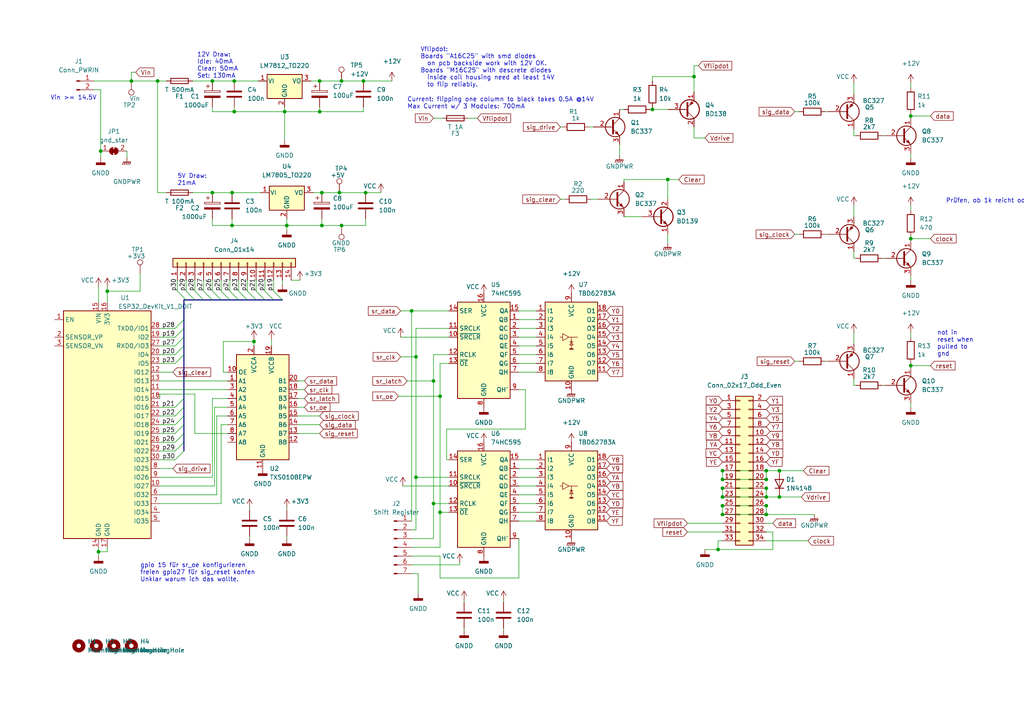
<source format=kicad_sch>
(kicad_sch (version 20211123) (generator eeschema)

  (uuid 80d89bc8-b809-4e58-bc5a-ab4fd0a46070)

  (paper "A4")

  

  (junction (at 67.31 65.405) (diameter 0) (color 0 0 0 0)
    (uuid 03d61a2b-abcd-4e97-a837-d1ebd4aa3d02)
  )
  (junction (at 61.595 23.495) (diameter 0) (color 0 0 0 0)
    (uuid 0a0d72ae-d11c-47d2-bf2c-107871a79d29)
  )
  (junction (at 99.06 23.495) (diameter 0) (color 0 0 0 0)
    (uuid 0bd68cfc-25fe-421f-9238-cc3891cc55d7)
  )
  (junction (at 209.55 136.525) (diameter 0) (color 0 0 0 0)
    (uuid 0ee9a6f9-733b-4eb5-9097-da08b625f4d0)
  )
  (junction (at 264.16 106.045) (diameter 0) (color 0 0 0 0)
    (uuid 1580fbc7-38b8-47f3-9bfd-55124a0fb65a)
  )
  (junction (at 209.55 144.145) (diameter 0) (color 0 0 0 0)
    (uuid 161a10ee-7b22-47c9-9e9c-53f177f13872)
  )
  (junction (at 93.345 55.88) (diameter 0) (color 0 0 0 0)
    (uuid 1674c21c-f029-4156-9d33-2a2e5a380493)
  )
  (junction (at 222.25 149.225) (diameter 0) (color 0 0 0 0)
    (uuid 18c71b36-e024-46e8-a54a-c9e48fc26834)
  )
  (junction (at 61.595 55.88) (diameter 0) (color 0 0 0 0)
    (uuid 2300b859-a34e-497a-b2f3-8add8d046207)
  )
  (junction (at 209.55 141.605) (diameter 0) (color 0 0 0 0)
    (uuid 262c933e-72b6-4ba0-8ef7-b5b9c2407842)
  )
  (junction (at 125.73 146.05) (diameter 0) (color 0 0 0 0)
    (uuid 29a95051-0792-43f5-b2ee-edadcea3d6e1)
  )
  (junction (at 82.55 32.385) (diameter 0) (color 0 0 0 0)
    (uuid 29ea344a-3b9f-4d88-9599-a366f70a516d)
  )
  (junction (at 38.1 23.495) (diameter 0) (color 0 0 0 0)
    (uuid 2cb6c0df-bad4-435b-a872-ea8a2a54cdc7)
  )
  (junction (at 193.675 52.07) (diameter 0) (color 0 0 0 0)
    (uuid 31e57640-6623-442a-b674-48bc3b40ca71)
  )
  (junction (at 222.25 136.525) (diameter 0) (color 0 0 0 0)
    (uuid 32d2e4c2-6947-4e2f-9e34-508e77d02374)
  )
  (junction (at 189.23 31.75) (diameter 0) (color 0 0 0 0)
    (uuid 3d62f834-74e4-468a-a15d-553824edaedd)
  )
  (junction (at 222.25 144.145) (diameter 0) (color 0 0 0 0)
    (uuid 44b5058c-a197-4b73-b41a-38e734a5e3eb)
  )
  (junction (at 264.16 33.655) (diameter 0) (color 0 0 0 0)
    (uuid 47a0f057-4773-4f4c-9d58-68e0aa1f0d84)
  )
  (junction (at 120.65 138.43) (diameter 0) (color 0 0 0 0)
    (uuid 4fdc15c2-b25a-44d1-b5ef-569144e9b4c9)
  )
  (junction (at 67.945 32.385) (diameter 0) (color 0 0 0 0)
    (uuid 56dc401e-3e88-4ea1-a5a0-a9568b75be97)
  )
  (junction (at 209.55 146.685) (diameter 0) (color 0 0 0 0)
    (uuid 662aa996-ff67-4eba-93ee-57ffc8d1630b)
  )
  (junction (at 92.71 23.495) (diameter 0) (color 0 0 0 0)
    (uuid 6815f41c-593b-43b0-9179-ba5a1b3741f8)
  )
  (junction (at 92.71 32.385) (diameter 0) (color 0 0 0 0)
    (uuid 70d2a342-79ba-4299-bac6-66851fc9598d)
  )
  (junction (at 209.55 149.225) (diameter 0) (color 0 0 0 0)
    (uuid 71b08e21-22a5-44a8-b29b-5c553d5a1a83)
  )
  (junction (at 222.25 139.065) (diameter 0) (color 0 0 0 0)
    (uuid 74308b4c-b926-4f71-a496-f43c340efb08)
  )
  (junction (at 29.21 43.815) (diameter 0) (color 0 0 0 0)
    (uuid 7565d38a-47ae-492d-aa2d-71ec9545c80f)
  )
  (junction (at 31.115 84.455) (diameter 0) (color 0 0 0 0)
    (uuid 7a0ce641-3e5f-435f-a773-931c3b1227ff)
  )
  (junction (at 93.345 65.405) (diameter 0) (color 0 0 0 0)
    (uuid 800df61a-c839-4ae2-9776-1c907dac8c19)
  )
  (junction (at 28.575 160.02) (diameter 0) (color 0 0 0 0)
    (uuid 8041ca59-ad9d-45e6-92de-4eaac532cf61)
  )
  (junction (at 226.06 144.145) (diameter 0) (color 0 0 0 0)
    (uuid 8510aa39-4c8f-46a4-b9e8-70869cf81d16)
  )
  (junction (at 125.73 110.49) (diameter 0) (color 0 0 0 0)
    (uuid 8e6813e0-724e-47e2-874c-9fc1828de9af)
  )
  (junction (at 67.945 23.495) (diameter 0) (color 0 0 0 0)
    (uuid 9140f8ef-b42b-491b-adca-37141dbefe8c)
  )
  (junction (at 73.66 99.06) (diameter 0) (color 0 0 0 0)
    (uuid 9f9f60ad-533a-44df-aa09-312f8817d3b2)
  )
  (junction (at 67.31 55.88) (diameter 0) (color 0 0 0 0)
    (uuid a3287ac3-eccb-4911-b32f-8fe846d3494e)
  )
  (junction (at 127.635 148.59) (diameter 0) (color 0 0 0 0)
    (uuid a5e8ce99-318a-4cb8-b020-c55886449336)
  )
  (junction (at 127.635 114.935) (diameter 0) (color 0 0 0 0)
    (uuid adac86a2-d060-40a4-8571-9fb35e3bb6b2)
  )
  (junction (at 99.06 65.405) (diameter 0) (color 0 0 0 0)
    (uuid b198b2d3-2370-4f1c-81e7-64453a1ac5b2)
  )
  (junction (at 83.185 65.405) (diameter 0) (color 0 0 0 0)
    (uuid b36f3659-8959-45bf-a984-dd34ffb12e95)
  )
  (junction (at 209.55 139.065) (diameter 0) (color 0 0 0 0)
    (uuid bb220b4e-1f14-461e-b9e5-cd475f011c41)
  )
  (junction (at 120.65 103.505) (diameter 0) (color 0 0 0 0)
    (uuid bd9d809b-2c43-449d-a4e3-77e2e87763da)
  )
  (junction (at 222.25 146.685) (diameter 0) (color 0 0 0 0)
    (uuid c68a64ca-7dc5-4a86-aa51-353d74916d24)
  )
  (junction (at 106.045 55.88) (diameter 0) (color 0 0 0 0)
    (uuid c6d7d5ca-ee84-4a75-a850-af840f3d2d00)
  )
  (junction (at 201.295 22.225) (diameter 0) (color 0 0 0 0)
    (uuid cc338c22-e0af-458c-bdbc-32a8e93a8314)
  )
  (junction (at 264.16 69.215) (diameter 0) (color 0 0 0 0)
    (uuid cdd83089-470f-41ea-b88a-ff3dcbbfe16c)
  )
  (junction (at 98.425 55.88) (diameter 0) (color 0 0 0 0)
    (uuid ced0c5a3-f0f8-4d7b-9e99-76ea11f94bdb)
  )
  (junction (at 208.28 159.385) (diameter 0) (color 0 0 0 0)
    (uuid d3216c8a-1736-4439-8053-e7f15f85ecb0)
  )
  (junction (at 222.25 141.605) (diameter 0) (color 0 0 0 0)
    (uuid e14abb2a-f63c-43d6-83da-9affc0987943)
  )
  (junction (at 45.72 23.495) (diameter 0) (color 0 0 0 0)
    (uuid e8b499cc-63d4-418d-a0e3-3b0edcbf0124)
  )
  (junction (at 226.06 136.525) (diameter 0) (color 0 0 0 0)
    (uuid ebaee278-ea46-443c-b535-95069f8a9fef)
  )
  (junction (at 105.41 23.495) (diameter 0) (color 0 0 0 0)
    (uuid f4849bb7-199f-4377-899e-5661ecacab0f)
  )
  (junction (at 119.38 90.17) (diameter 0) (color 0 0 0 0)
    (uuid f960ce81-67e2-423d-a71d-8a3a2640c64f)
  )

  (bus_entry (at 66.675 84.455) (size 2.54 2.54)
    (stroke (width 0) (type default) (color 0 0 0 0))
    (uuid 04148c71-71ce-4041-999d-20153f062f9d)
  )
  (bus_entry (at 50.8 120.65) (size 2.54 -2.54)
    (stroke (width 0) (type default) (color 0 0 0 0))
    (uuid 16f962ef-c344-43be-9173-8eba7de9af3b)
  )
  (bus_entry (at 51.435 84.455) (size 2.54 2.54)
    (stroke (width 0) (type default) (color 0 0 0 0))
    (uuid 1e6c9b44-4b11-4f07-99a9-a3d3abd549db)
  )
  (bus_entry (at 50.8 100.33) (size 2.54 -2.54)
    (stroke (width 0) (type default) (color 0 0 0 0))
    (uuid 2b44aaff-3fcf-4823-884b-f1568b48c593)
  )
  (bus_entry (at 50.8 125.73) (size 2.54 -2.54)
    (stroke (width 0) (type default) (color 0 0 0 0))
    (uuid 2df2455e-9eb8-4cc1-9d3e-f7137bdda935)
  )
  (bus_entry (at 50.8 95.25) (size 2.54 -2.54)
    (stroke (width 0) (type default) (color 0 0 0 0))
    (uuid 4be2a4bf-c53b-4c60-8d14-c7bf323b9a00)
  )
  (bus_entry (at 56.515 84.455) (size 2.54 2.54)
    (stroke (width 0) (type default) (color 0 0 0 0))
    (uuid 4e4728af-77de-4b97-8a5a-0811510e8fb4)
  )
  (bus_entry (at 59.055 84.455) (size 2.54 2.54)
    (stroke (width 0) (type default) (color 0 0 0 0))
    (uuid 5c1902b1-194f-4409-8fcc-f6da96c6a3ef)
  )
  (bus_entry (at 50.8 102.87) (size 2.54 -2.54)
    (stroke (width 0) (type default) (color 0 0 0 0))
    (uuid 63829218-237e-4f54-96fe-92c3b374dde9)
  )
  (bus_entry (at 53.975 84.455) (size 2.54 2.54)
    (stroke (width 0) (type default) (color 0 0 0 0))
    (uuid 63b6b2f6-b9a2-4fd4-b5a3-5276771306a2)
  )
  (bus_entry (at 50.8 128.27) (size 2.54 -2.54)
    (stroke (width 0) (type default) (color 0 0 0 0))
    (uuid 646b9e0d-719f-4eda-a586-b4193b804cd5)
  )
  (bus_entry (at 50.8 118.11) (size 2.54 -2.54)
    (stroke (width 0) (type default) (color 0 0 0 0))
    (uuid 6b8986c1-07f1-4e06-a877-73a82af75c4f)
  )
  (bus_entry (at 79.375 84.455) (size 2.54 2.54)
    (stroke (width 0) (type default) (color 0 0 0 0))
    (uuid 8818fd24-a7a4-4c2d-a4c8-8330947b0634)
  )
  (bus_entry (at 74.295 84.455) (size 2.54 2.54)
    (stroke (width 0) (type default) (color 0 0 0 0))
    (uuid 905b8e8c-4587-4804-808c-a04b607717b8)
  )
  (bus_entry (at 50.8 133.35) (size 2.54 -2.54)
    (stroke (width 0) (type default) (color 0 0 0 0))
    (uuid 91522fa8-46b8-4169-998b-f2ae4f2bdfda)
  )
  (bus_entry (at 71.755 84.455) (size 2.54 2.54)
    (stroke (width 0) (type default) (color 0 0 0 0))
    (uuid 9a87a735-eb78-44cb-8753-4d9a01580ec8)
  )
  (bus_entry (at 50.8 130.81) (size 2.54 -2.54)
    (stroke (width 0) (type default) (color 0 0 0 0))
    (uuid 9ea1e78f-04c2-4ab1-80e0-9b3d7d95fc32)
  )
  (bus_entry (at 50.8 105.41) (size 2.54 -2.54)
    (stroke (width 0) (type default) (color 0 0 0 0))
    (uuid aeed1488-0bed-485b-8884-22601f364dc6)
  )
  (bus_entry (at 69.215 84.455) (size 2.54 2.54)
    (stroke (width 0) (type default) (color 0 0 0 0))
    (uuid ca168890-f616-410e-94c5-d843ef4115b9)
  )
  (bus_entry (at 61.595 84.455) (size 2.54 2.54)
    (stroke (width 0) (type default) (color 0 0 0 0))
    (uuid cb75d2bd-7fc8-42bc-a424-ae5c27bc76a0)
  )
  (bus_entry (at 50.8 97.79) (size 2.54 -2.54)
    (stroke (width 0) (type default) (color 0 0 0 0))
    (uuid ced995b5-6120-45b2-92fb-e77b0ef1c20f)
  )
  (bus_entry (at 50.8 123.19) (size 2.54 -2.54)
    (stroke (width 0) (type default) (color 0 0 0 0))
    (uuid e35e24f6-c362-46cc-807e-e2d1113e23b7)
  )
  (bus_entry (at 76.835 84.455) (size 2.54 2.54)
    (stroke (width 0) (type default) (color 0 0 0 0))
    (uuid e744fd29-c551-4a06-a446-f15915faf097)
  )
  (bus_entry (at 64.135 84.455) (size 2.54 2.54)
    (stroke (width 0) (type default) (color 0 0 0 0))
    (uuid fa2f3bf6-5820-44d2-9a16-5ab333c166d8)
  )

  (wire (pts (xy 120.65 153.67) (xy 119.38 153.67))
    (stroke (width 0) (type default) (color 0 0 0 0))
    (uuid 0171ab37-7acd-429a-a7da-7212daaf2961)
  )
  (wire (pts (xy 264.16 44.45) (xy 264.16 45.72))
    (stroke (width 0) (type default) (color 0 0 0 0))
    (uuid 018515c2-03e3-4de5-b13c-c0a4c0fd29ca)
  )
  (wire (pts (xy 86.36 113.03) (xy 88.265 113.03))
    (stroke (width 0) (type default) (color 0 0 0 0))
    (uuid 018da33a-ad14-407e-9df6-60b687972890)
  )
  (wire (pts (xy 86.36 123.19) (xy 92.71 123.19))
    (stroke (width 0) (type default) (color 0 0 0 0))
    (uuid 01ed6396-b8da-4070-878e-5ccc8dc9c875)
  )
  (wire (pts (xy 127.635 114.935) (xy 127.635 105.41))
    (stroke (width 0) (type default) (color 0 0 0 0))
    (uuid 028c11de-cc03-472d-8e08-3e2278c237d1)
  )
  (wire (pts (xy 116.205 103.505) (xy 120.65 103.505))
    (stroke (width 0) (type default) (color 0 0 0 0))
    (uuid 033e5e43-2be3-44a2-8a71-a604c3ee65c4)
  )
  (wire (pts (xy 133.35 163.83) (xy 133.35 163.195))
    (stroke (width 0) (type default) (color 0 0 0 0))
    (uuid 04a79605-9b48-4618-a006-72d0e7aa32ff)
  )
  (wire (pts (xy 127.635 158.75) (xy 127.635 148.59))
    (stroke (width 0) (type default) (color 0 0 0 0))
    (uuid 060a8235-4c3c-4603-ae24-4dc4232f7bfc)
  )
  (wire (pts (xy 64.135 146.05) (xy 64.135 123.19))
    (stroke (width 0) (type default) (color 0 0 0 0))
    (uuid 06bc59f1-1e4a-4d6d-b751-03b15a03be04)
  )
  (wire (pts (xy 92.71 32.385) (xy 82.55 32.385))
    (stroke (width 0) (type default) (color 0 0 0 0))
    (uuid 06c757dd-648c-4831-a5bf-b09ce6c877c0)
  )
  (wire (pts (xy 73.66 99.06) (xy 64.77 99.06))
    (stroke (width 0) (type default) (color 0 0 0 0))
    (uuid 073ecde1-b64a-4225-81ac-5f4bee4b2ae3)
  )
  (wire (pts (xy 72.39 155.575) (xy 72.39 156.21))
    (stroke (width 0) (type default) (color 0 0 0 0))
    (uuid 0b01debe-59bd-4aa4-af84-8e6bb8018975)
  )
  (wire (pts (xy 150.495 140.97) (xy 155.575 140.97))
    (stroke (width 0) (type default) (color 0 0 0 0))
    (uuid 0b8644da-6c48-459b-81f4-0d15cfb97cab)
  )
  (wire (pts (xy 92.71 23.495) (xy 99.06 23.495))
    (stroke (width 0) (type default) (color 0 0 0 0))
    (uuid 0bc3de64-b131-4968-9781-4bbd628c0f2a)
  )
  (wire (pts (xy 248.285 39.37) (xy 247.65 39.37))
    (stroke (width 0) (type default) (color 0 0 0 0))
    (uuid 0bf0b103-982b-4edb-8f3c-31b39c59173e)
  )
  (wire (pts (xy 61.595 32.385) (xy 61.595 31.115))
    (stroke (width 0) (type default) (color 0 0 0 0))
    (uuid 0bf99f6b-d6b1-4e85-977b-1eb74d487d62)
  )
  (wire (pts (xy 189.23 31.115) (xy 189.23 31.75))
    (stroke (width 0) (type default) (color 0 0 0 0))
    (uuid 0cd8465a-20a9-428e-a805-78b75348686f)
  )
  (wire (pts (xy 130.175 102.87) (xy 125.73 102.87))
    (stroke (width 0) (type default) (color 0 0 0 0))
    (uuid 0cdf8d28-c281-49de-8dce-5641a535029f)
  )
  (wire (pts (xy 62.865 120.65) (xy 62.865 143.51))
    (stroke (width 0) (type default) (color 0 0 0 0))
    (uuid 0ce30d4a-98ca-4f44-9194-9c4d52de1ec4)
  )
  (wire (pts (xy 86.36 110.49) (xy 88.265 110.49))
    (stroke (width 0) (type default) (color 0 0 0 0))
    (uuid 0d36ac52-396e-48e3-8392-93f9612cc854)
  )
  (wire (pts (xy 248.285 74.93) (xy 247.65 74.93))
    (stroke (width 0) (type default) (color 0 0 0 0))
    (uuid 0ed40224-3214-4204-b4dc-4d82d2408c00)
  )
  (wire (pts (xy 83.185 65.405) (xy 83.185 66.675))
    (stroke (width 0) (type default) (color 0 0 0 0))
    (uuid 10331b36-1e2d-49e5-8557-8a253a513ff9)
  )
  (wire (pts (xy 99.06 65.405) (xy 93.345 65.405))
    (stroke (width 0) (type default) (color 0 0 0 0))
    (uuid 103b02c5-81ee-45b5-b2c7-46b659b0aa56)
  )
  (wire (pts (xy 67.945 32.385) (xy 61.595 32.385))
    (stroke (width 0) (type default) (color 0 0 0 0))
    (uuid 1053d421-e340-4f03-a5a1-a855dac6fffd)
  )
  (wire (pts (xy 31.115 84.455) (xy 31.115 87.63))
    (stroke (width 0) (type default) (color 0 0 0 0))
    (uuid 10acd3a6-f2b2-4c66-a9bf-c4fbb84a9a90)
  )
  (bus (pts (xy 66.675 86.995) (xy 69.215 86.995))
    (stroke (width 0) (type default) (color 0 0 0 0))
    (uuid 17a32496-0d79-420b-bc4c-e9efebe02dab)
  )

  (wire (pts (xy 36.83 43.815) (xy 36.83 45.72))
    (stroke (width 0) (type default) (color 0 0 0 0))
    (uuid 17a8d555-3988-483a-8a2a-6e94db2fbf51)
  )
  (wire (pts (xy 264.16 116.84) (xy 264.16 118.11))
    (stroke (width 0) (type default) (color 0 0 0 0))
    (uuid 1ad1ee19-6da4-42de-9355-7e382a2cbdb4)
  )
  (wire (pts (xy 201.295 26.67) (xy 201.295 22.225))
    (stroke (width 0) (type default) (color 0 0 0 0))
    (uuid 1afcbe6c-1b42-494c-9f7a-d115602d9a9a)
  )
  (wire (pts (xy 118.11 110.49) (xy 125.73 110.49))
    (stroke (width 0) (type default) (color 0 0 0 0))
    (uuid 1bc588c6-924b-448a-a2a8-213258a41d82)
  )
  (wire (pts (xy 226.06 144.145) (xy 232.41 144.145))
    (stroke (width 0) (type default) (color 0 0 0 0))
    (uuid 1c50113e-3b89-42ea-b455-5213e5ee1482)
  )
  (wire (pts (xy 264.16 33.655) (xy 264.16 34.29))
    (stroke (width 0) (type default) (color 0 0 0 0))
    (uuid 1d48afd6-512a-495b-a043-15e44e76246e)
  )
  (bus (pts (xy 74.295 86.995) (xy 76.835 86.995))
    (stroke (width 0) (type default) (color 0 0 0 0))
    (uuid 1d6eccb7-dc74-4a0c-bd25-161f662d1c6c)
  )

  (wire (pts (xy 150.495 146.05) (xy 155.575 146.05))
    (stroke (width 0) (type default) (color 0 0 0 0))
    (uuid 1e8b3a30-e213-46e6-a855-309d5dc769a5)
  )
  (wire (pts (xy 83.185 63.5) (xy 83.185 65.405))
    (stroke (width 0) (type default) (color 0 0 0 0))
    (uuid 1f9c38f6-3cc6-4b48-b086-4be23ad5fe90)
  )
  (wire (pts (xy 247.65 24.13) (xy 247.65 27.305))
    (stroke (width 0) (type default) (color 0 0 0 0))
    (uuid 216326a2-8477-4b52-863f-684539c94e1b)
  )
  (wire (pts (xy 239.395 32.385) (xy 240.03 32.385))
    (stroke (width 0) (type default) (color 0 0 0 0))
    (uuid 2281516c-12c6-4f71-a4d7-1c10a4eb045f)
  )
  (wire (pts (xy 40.64 84.455) (xy 31.115 84.455))
    (stroke (width 0) (type default) (color 0 0 0 0))
    (uuid 23782758-29b6-402c-ad29-a1d0a5a77ebe)
  )
  (bus (pts (xy 61.595 86.995) (xy 64.135 86.995))
    (stroke (width 0) (type default) (color 0 0 0 0))
    (uuid 24c31193-25b9-479a-bbc4-c325a6381580)
  )

  (wire (pts (xy 163.195 36.83) (xy 162.56 36.83))
    (stroke (width 0) (type default) (color 0 0 0 0))
    (uuid 24f3323b-ff04-4161-991f-3de863941c4b)
  )
  (wire (pts (xy 61.595 63.5) (xy 61.595 65.405))
    (stroke (width 0) (type default) (color 0 0 0 0))
    (uuid 265ecac5-9499-43ab-99bc-5c72917e4ca4)
  )
  (wire (pts (xy 46.355 138.43) (xy 61.595 138.43))
    (stroke (width 0) (type default) (color 0 0 0 0))
    (uuid 269fc16b-a1ed-4714-a09f-07f0146a81a3)
  )
  (bus (pts (xy 53.34 102.87) (xy 53.34 115.57))
    (stroke (width 0) (type default) (color 0 0 0 0))
    (uuid 2870bf74-486d-491c-a9d8-da55e9465a57)
  )

  (wire (pts (xy 66.04 115.57) (xy 61.595 115.57))
    (stroke (width 0) (type default) (color 0 0 0 0))
    (uuid 29b7491b-11c6-4b03-8086-840cba8b3520)
  )
  (wire (pts (xy 150.495 92.71) (xy 155.575 92.71))
    (stroke (width 0) (type default) (color 0 0 0 0))
    (uuid 29eab619-690f-40eb-9cc2-f91e8d04312a)
  )
  (wire (pts (xy 150.495 133.35) (xy 155.575 133.35))
    (stroke (width 0) (type default) (color 0 0 0 0))
    (uuid 2a8b1789-6de2-4c22-b310-1a13f445ea38)
  )
  (wire (pts (xy 189.23 31.75) (xy 193.675 31.75))
    (stroke (width 0) (type default) (color 0 0 0 0))
    (uuid 2bd17819-1de8-42fb-8a2c-cbf38026b94d)
  )
  (wire (pts (xy 46.355 97.79) (xy 50.8 97.79))
    (stroke (width 0) (type default) (color 0 0 0 0))
    (uuid 2c8c5ba8-dedf-403c-87f0-db35dfa4aa9f)
  )
  (wire (pts (xy 39.37 20.955) (xy 38.1 20.955))
    (stroke (width 0) (type default) (color 0 0 0 0))
    (uuid 2d083d33-5a5b-4490-a829-b4ba31c3d35a)
  )
  (wire (pts (xy 55.88 23.495) (xy 61.595 23.495))
    (stroke (width 0) (type default) (color 0 0 0 0))
    (uuid 2ddf7b00-4d0e-429a-8abe-2cda07c07b43)
  )
  (wire (pts (xy 90.805 55.88) (xy 93.345 55.88))
    (stroke (width 0) (type default) (color 0 0 0 0))
    (uuid 2edb418f-c7a3-4348-9757-d7ddf42b2325)
  )
  (wire (pts (xy 106.045 63.5) (xy 106.045 65.405))
    (stroke (width 0) (type default) (color 0 0 0 0))
    (uuid 2ff923a5-3e65-4c5b-a8da-a3d43df967d8)
  )
  (wire (pts (xy 69.215 81.28) (xy 69.215 84.455))
    (stroke (width 0) (type default) (color 0 0 0 0))
    (uuid 30da61d0-a812-434d-8743-6db638fd2826)
  )
  (wire (pts (xy 28.575 83.185) (xy 28.575 87.63))
    (stroke (width 0) (type default) (color 0 0 0 0))
    (uuid 312cb0c0-832a-432b-9ccf-92cc754f3d3c)
  )
  (bus (pts (xy 76.835 86.995) (xy 79.375 86.995))
    (stroke (width 0) (type default) (color 0 0 0 0))
    (uuid 34cbfd8f-f93f-4036-9dde-36ec915cfa65)
  )

  (wire (pts (xy 171.45 57.785) (xy 173.355 57.785))
    (stroke (width 0) (type default) (color 0 0 0 0))
    (uuid 34d234de-1b5f-432a-b5e8-57ee0e449662)
  )
  (wire (pts (xy 127.635 161.29) (xy 119.38 161.29))
    (stroke (width 0) (type default) (color 0 0 0 0))
    (uuid 368a786f-fcca-47f1-a18a-072f5369c5b5)
  )
  (wire (pts (xy 67.31 65.405) (xy 83.185 65.405))
    (stroke (width 0) (type default) (color 0 0 0 0))
    (uuid 37624d33-07e9-437d-ba18-bd2647cb98f3)
  )
  (wire (pts (xy 73.66 98.425) (xy 73.66 99.06))
    (stroke (width 0) (type default) (color 0 0 0 0))
    (uuid 380110a9-c9fd-490c-a19f-2af95e767a3c)
  )
  (wire (pts (xy 222.25 156.845) (xy 234.315 156.845))
    (stroke (width 0) (type default) (color 0 0 0 0))
    (uuid 382416ee-92db-493d-81a9-9aaca4dcef3e)
  )
  (wire (pts (xy 239.395 67.945) (xy 240.03 67.945))
    (stroke (width 0) (type default) (color 0 0 0 0))
    (uuid 3898a68d-02e5-4501-84ff-a6ae08f790de)
  )
  (wire (pts (xy 83.185 147.32) (xy 83.185 147.955))
    (stroke (width 0) (type default) (color 0 0 0 0))
    (uuid 397bec90-e045-4d8a-9136-1f2939d4914a)
  )
  (wire (pts (xy 119.38 166.37) (xy 121.285 166.37))
    (stroke (width 0) (type default) (color 0 0 0 0))
    (uuid 3bbe7b9f-84c8-463f-a25c-db7e81a9de65)
  )
  (wire (pts (xy 127.635 148.59) (xy 127.635 114.935))
    (stroke (width 0) (type default) (color 0 0 0 0))
    (uuid 3bbf68ea-7ed7-41fa-ab37-bac2a0b6cdcf)
  )
  (wire (pts (xy 62.23 118.11) (xy 66.04 118.11))
    (stroke (width 0) (type default) (color 0 0 0 0))
    (uuid 3c68a9f5-e5e4-4fb5-8485-d346ab9df0a4)
  )
  (bus (pts (xy 56.515 86.995) (xy 59.055 86.995))
    (stroke (width 0) (type default) (color 0 0 0 0))
    (uuid 3ce4601b-29de-47df-8a69-b5231fc011a9)
  )

  (wire (pts (xy 106.045 55.88) (xy 110.49 55.88))
    (stroke (width 0) (type default) (color 0 0 0 0))
    (uuid 3d42c53d-63e5-4e4c-9b19-6db8f302d5ce)
  )
  (wire (pts (xy 224.155 159.385) (xy 208.28 159.385))
    (stroke (width 0) (type default) (color 0 0 0 0))
    (uuid 3d7ab83e-571c-4c95-baf0-e150a9f110dc)
  )
  (wire (pts (xy 46.355 146.05) (xy 64.135 146.05))
    (stroke (width 0) (type default) (color 0 0 0 0))
    (uuid 3f92db0e-37e8-4e6b-8ddb-77f86a17cfa8)
  )
  (wire (pts (xy 152.4 124.46) (xy 129.54 124.46))
    (stroke (width 0) (type default) (color 0 0 0 0))
    (uuid 3fe9a48b-78df-437a-8e66-5eedbd0469ad)
  )
  (wire (pts (xy 46.355 125.73) (xy 50.8 125.73))
    (stroke (width 0) (type default) (color 0 0 0 0))
    (uuid 422220f6-424a-47c5-93ce-d8f9930cb280)
  )
  (wire (pts (xy 264.16 96.52) (xy 264.16 97.79))
    (stroke (width 0) (type default) (color 0 0 0 0))
    (uuid 4236ef43-ec1a-45ad-be89-091257bfcc41)
  )
  (wire (pts (xy 46.355 105.41) (xy 50.8 105.41))
    (stroke (width 0) (type default) (color 0 0 0 0))
    (uuid 44622396-eff3-4225-958d-efc09cc7a6cd)
  )
  (wire (pts (xy 93.345 55.88) (xy 98.425 55.88))
    (stroke (width 0) (type default) (color 0 0 0 0))
    (uuid 46b09a85-042b-4d6a-8ba0-a7b9fa7f3c3b)
  )
  (wire (pts (xy 61.595 55.88) (xy 67.31 55.88))
    (stroke (width 0) (type default) (color 0 0 0 0))
    (uuid 46ee6bd4-13c7-46a5-b915-8cad87229b73)
  )
  (wire (pts (xy 255.905 74.93) (xy 256.54 74.93))
    (stroke (width 0) (type default) (color 0 0 0 0))
    (uuid 47c27c37-a56d-4a02-a656-4f1b3991cd61)
  )
  (wire (pts (xy 222.25 149.225) (xy 236.22 149.225))
    (stroke (width 0) (type default) (color 0 0 0 0))
    (uuid 47c3290a-9e30-48db-b33d-c84034fcef6a)
  )
  (wire (pts (xy 230.505 32.385) (xy 231.775 32.385))
    (stroke (width 0) (type default) (color 0 0 0 0))
    (uuid 4ba71937-e3d3-4510-af40-ec8e5b6c6d70)
  )
  (bus (pts (xy 53.34 95.25) (xy 53.34 97.79))
    (stroke (width 0) (type default) (color 0 0 0 0))
    (uuid 4c1c1971-bc40-4e68-98f1-4b0a335f6da5)
  )

  (wire (pts (xy 66.675 81.28) (xy 66.675 84.455))
    (stroke (width 0) (type default) (color 0 0 0 0))
    (uuid 4c28aaf2-a894-43be-8eac-be305abd5a24)
  )
  (bus (pts (xy 53.34 86.995) (xy 53.975 86.995))
    (stroke (width 0) (type default) (color 0 0 0 0))
    (uuid 4df60d1c-8446-48ab-8b1a-4fdd42c6c60a)
  )

  (wire (pts (xy 134.62 182.245) (xy 134.62 182.88))
    (stroke (width 0) (type default) (color 0 0 0 0))
    (uuid 5177750f-571c-4f6b-a308-cd29b5a4c5aa)
  )
  (wire (pts (xy 119.38 158.75) (xy 127.635 158.75))
    (stroke (width 0) (type default) (color 0 0 0 0))
    (uuid 51ab0f02-00d8-481a-8497-e42db0a857a0)
  )
  (bus (pts (xy 53.34 97.79) (xy 53.34 100.33))
    (stroke (width 0) (type default) (color 0 0 0 0))
    (uuid 51d33306-b7d8-4396-bff6-dd4c8fa35955)
  )

  (wire (pts (xy 264.16 59.69) (xy 264.16 60.96))
    (stroke (width 0) (type default) (color 0 0 0 0))
    (uuid 52e4bd15-3e6c-41b2-b4a2-7f2c0ec17451)
  )
  (wire (pts (xy 125.73 110.49) (xy 125.73 146.05))
    (stroke (width 0) (type default) (color 0 0 0 0))
    (uuid 5437e978-e155-4251-be05-1f8f1da457ff)
  )
  (wire (pts (xy 45.72 55.88) (xy 48.26 55.88))
    (stroke (width 0) (type default) (color 0 0 0 0))
    (uuid 55b2f02e-86b7-4438-bb56-53252363e756)
  )
  (bus (pts (xy 53.34 128.27) (xy 53.34 130.81))
    (stroke (width 0) (type default) (color 0 0 0 0))
    (uuid 55c9fdf7-89a2-43fd-9d57-773309a5fe77)
  )

  (wire (pts (xy 180.975 62.865) (xy 186.055 62.865))
    (stroke (width 0) (type default) (color 0 0 0 0))
    (uuid 56cc0992-caaa-4886-b3a0-83569530e5fd)
  )
  (wire (pts (xy 46.355 120.65) (xy 50.8 120.65))
    (stroke (width 0) (type default) (color 0 0 0 0))
    (uuid 578e77a4-9854-44a3-898c-dcf7580607fd)
  )
  (wire (pts (xy 51.435 81.28) (xy 51.435 84.455))
    (stroke (width 0) (type default) (color 0 0 0 0))
    (uuid 580f8b73-cf6d-4efd-b76f-681a86d55fe8)
  )
  (wire (pts (xy 150.495 97.79) (xy 155.575 97.79))
    (stroke (width 0) (type default) (color 0 0 0 0))
    (uuid 5898dbdf-9a1b-4f4c-b476-84e70029b143)
  )
  (wire (pts (xy 222.25 151.765) (xy 224.155 151.765))
    (stroke (width 0) (type default) (color 0 0 0 0))
    (uuid 590b9b69-fddf-4bb0-97b9-514d4d5361b7)
  )
  (wire (pts (xy 209.55 139.065) (xy 222.25 139.065))
    (stroke (width 0) (type default) (color 0 0 0 0))
    (uuid 595e677f-ac79-4337-a30d-5791a17105ba)
  )
  (wire (pts (xy 82.55 32.385) (xy 67.945 32.385))
    (stroke (width 0) (type default) (color 0 0 0 0))
    (uuid 5a5ff805-77b4-4bff-9d87-bdd612c244af)
  )
  (wire (pts (xy 79.375 81.28) (xy 79.375 84.455))
    (stroke (width 0) (type default) (color 0 0 0 0))
    (uuid 5ae9709f-7043-4f01-b8d7-74bcb340536f)
  )
  (wire (pts (xy 209.55 136.525) (xy 209.55 139.065))
    (stroke (width 0) (type default) (color 0 0 0 0))
    (uuid 5ba91c52-00e1-4a15-8118-4fb044fd7750)
  )
  (wire (pts (xy 46.355 114.3) (xy 56.515 114.3))
    (stroke (width 0) (type default) (color 0 0 0 0))
    (uuid 5c7b2ec0-eafc-4096-890e-b6fbf3ae7005)
  )
  (wire (pts (xy 180.975 52.07) (xy 180.975 52.705))
    (stroke (width 0) (type default) (color 0 0 0 0))
    (uuid 5daf7a98-fd2c-4c75-acf8-45bdfe325cd8)
  )
  (bus (pts (xy 53.34 118.11) (xy 53.34 120.65))
    (stroke (width 0) (type default) (color 0 0 0 0))
    (uuid 5dc5de1b-ff31-492f-a95d-87c3a8d4e878)
  )

  (wire (pts (xy 46.355 128.27) (xy 50.8 128.27))
    (stroke (width 0) (type default) (color 0 0 0 0))
    (uuid 5e0f8a89-0aba-4e26-a86b-f5f65e07e6ee)
  )
  (wire (pts (xy 224.155 154.305) (xy 224.155 159.385))
    (stroke (width 0) (type default) (color 0 0 0 0))
    (uuid 5e868172-3b0f-454a-8563-e61f7c4a96a5)
  )
  (wire (pts (xy 150.495 107.95) (xy 155.575 107.95))
    (stroke (width 0) (type default) (color 0 0 0 0))
    (uuid 5e921594-9080-46cf-a6f9-5c882aa7cc89)
  )
  (wire (pts (xy 189.23 22.225) (xy 189.23 23.495))
    (stroke (width 0) (type default) (color 0 0 0 0))
    (uuid 5ee0e005-6265-484f-9888-1738e2b8623c)
  )
  (wire (pts (xy 46.355 143.51) (xy 62.865 143.51))
    (stroke (width 0) (type default) (color 0 0 0 0))
    (uuid 60442db8-a728-4082-95ae-faba7332ddf2)
  )
  (bus (pts (xy 53.34 120.65) (xy 53.34 123.19))
    (stroke (width 0) (type default) (color 0 0 0 0))
    (uuid 60592bb6-c33c-4f72-a331-527af5c20c2e)
  )

  (wire (pts (xy 264.16 69.215) (xy 264.16 69.85))
    (stroke (width 0) (type default) (color 0 0 0 0))
    (uuid 616a7bc1-6ce1-47b7-95ec-6141d1f9fa34)
  )
  (wire (pts (xy 106.045 65.405) (xy 99.06 65.405))
    (stroke (width 0) (type default) (color 0 0 0 0))
    (uuid 62228e7c-6ee0-4568-b2e9-0ae3033d5d12)
  )
  (wire (pts (xy 56.515 81.28) (xy 56.515 84.455))
    (stroke (width 0) (type default) (color 0 0 0 0))
    (uuid 62d494b6-1ea0-4c85-b8e7-224f44dd68fa)
  )
  (wire (pts (xy 209.55 141.605) (xy 222.25 141.605))
    (stroke (width 0) (type default) (color 0 0 0 0))
    (uuid 6443195e-942a-4781-9567-1dda5236a4ce)
  )
  (wire (pts (xy 29.21 26.035) (xy 27.305 26.035))
    (stroke (width 0) (type default) (color 0 0 0 0))
    (uuid 66205764-6d44-40a9-ab49-e9523492b6d3)
  )
  (wire (pts (xy 152.4 113.03) (xy 152.4 124.46))
    (stroke (width 0) (type default) (color 0 0 0 0))
    (uuid 67448d02-c24a-4fbd-86eb-62b4afaaf281)
  )
  (wire (pts (xy 38.1 23.495) (xy 45.72 23.495))
    (stroke (width 0) (type default) (color 0 0 0 0))
    (uuid 67b0d133-e14b-4b56-ad3d-b8acfd41fa33)
  )
  (wire (pts (xy 193.675 57.785) (xy 193.675 52.07))
    (stroke (width 0) (type default) (color 0 0 0 0))
    (uuid 67c4261e-1840-4307-a0ce-db8fec9bf59d)
  )
  (wire (pts (xy 46.355 135.89) (xy 50.165 135.89))
    (stroke (width 0) (type default) (color 0 0 0 0))
    (uuid 6818933f-696e-4b70-82de-b50bba43ab40)
  )
  (wire (pts (xy 125.73 102.87) (xy 125.73 110.49))
    (stroke (width 0) (type default) (color 0 0 0 0))
    (uuid 686e83b9-e037-49c8-ad11-c8c19317d5b9)
  )
  (wire (pts (xy 76.835 81.28) (xy 76.835 84.455))
    (stroke (width 0) (type default) (color 0 0 0 0))
    (uuid 69066c0c-7df7-447f-9cc6-00262c592e2d)
  )
  (wire (pts (xy 129.54 133.35) (xy 130.175 133.35))
    (stroke (width 0) (type default) (color 0 0 0 0))
    (uuid 6a278671-bb57-4d7f-93da-25ff82bbdce9)
  )
  (wire (pts (xy 230.505 104.775) (xy 231.775 104.775))
    (stroke (width 0) (type default) (color 0 0 0 0))
    (uuid 6a7581f1-19a0-44c2-b4ea-07d8e0fcccab)
  )
  (wire (pts (xy 105.41 32.385) (xy 92.71 32.385))
    (stroke (width 0) (type default) (color 0 0 0 0))
    (uuid 6b6a1787-eca0-44e3-bb15-f34a837dff7b)
  )
  (wire (pts (xy 222.25 141.605) (xy 222.25 144.145))
    (stroke (width 0) (type default) (color 0 0 0 0))
    (uuid 6b8df514-4e70-4053-b285-3466d197fa8e)
  )
  (wire (pts (xy 61.595 115.57) (xy 61.595 138.43))
    (stroke (width 0) (type default) (color 0 0 0 0))
    (uuid 6ba19dc2-dcae-4ffc-896d-cab4a78feb27)
  )
  (wire (pts (xy 31.115 83.185) (xy 31.115 84.455))
    (stroke (width 0) (type default) (color 0 0 0 0))
    (uuid 6cd6a7a3-8966-414b-860d-702e644cbd71)
  )
  (wire (pts (xy 46.355 133.35) (xy 50.8 133.35))
    (stroke (width 0) (type default) (color 0 0 0 0))
    (uuid 6ec4bf47-2245-40db-b93f-a05e37f166ab)
  )
  (bus (pts (xy 53.34 115.57) (xy 53.34 118.11))
    (stroke (width 0) (type default) (color 0 0 0 0))
    (uuid 6ec58241-e491-448b-a54d-1e883e545507)
  )
  (bus (pts (xy 71.755 86.995) (xy 74.295 86.995))
    (stroke (width 0) (type default) (color 0 0 0 0))
    (uuid 6eddd4a5-643a-4a2f-84e2-b700e3efbad7)
  )

  (wire (pts (xy 209.55 149.225) (xy 222.25 149.225))
    (stroke (width 0) (type default) (color 0 0 0 0))
    (uuid 6f403bf0-b994-491b-865a-1df4622b3495)
  )
  (wire (pts (xy 264.16 106.045) (xy 264.16 106.68))
    (stroke (width 0) (type default) (color 0 0 0 0))
    (uuid 6f73bfc6-5a4c-4dc2-a227-6de1aa837a5e)
  )
  (wire (pts (xy 46.355 123.19) (xy 50.8 123.19))
    (stroke (width 0) (type default) (color 0 0 0 0))
    (uuid 6f7845ec-1d42-4e21-bfeb-94aa6fde4f64)
  )
  (wire (pts (xy 67.31 63.5) (xy 67.31 65.405))
    (stroke (width 0) (type default) (color 0 0 0 0))
    (uuid 708cee4c-2a3c-48cd-a0eb-32d5a0f1ceff)
  )
  (wire (pts (xy 83.185 155.575) (xy 83.185 156.21))
    (stroke (width 0) (type default) (color 0 0 0 0))
    (uuid 70b436af-3a78-425e-99d8-c4b6cbcd7064)
  )
  (wire (pts (xy 71.755 81.28) (xy 71.755 84.455))
    (stroke (width 0) (type default) (color 0 0 0 0))
    (uuid 7143fcd3-8f53-4dbb-8215-eea0d297a15a)
  )
  (wire (pts (xy 84.455 81.28) (xy 86.995 81.28))
    (stroke (width 0) (type default) (color 0 0 0 0))
    (uuid 71c65492-f0d5-43b2-a753-9e7e7ff18fcd)
  )
  (wire (pts (xy 115.57 114.935) (xy 127.635 114.935))
    (stroke (width 0) (type default) (color 0 0 0 0))
    (uuid 7459d32d-f597-4b69-a493-d44c833c9173)
  )
  (wire (pts (xy 209.55 146.685) (xy 209.55 149.225))
    (stroke (width 0) (type default) (color 0 0 0 0))
    (uuid 7632e4cf-d494-4b4c-988c-45ae2ee45d4b)
  )
  (wire (pts (xy 264.16 33.02) (xy 264.16 33.655))
    (stroke (width 0) (type default) (color 0 0 0 0))
    (uuid 76ca19e4-abe4-4901-8b82-7c2c26e8bc13)
  )
  (wire (pts (xy 105.41 23.495) (xy 113.665 23.495))
    (stroke (width 0) (type default) (color 0 0 0 0))
    (uuid 783702b8-a19d-4c24-9f0d-bab179115366)
  )
  (bus (pts (xy 53.34 125.73) (xy 53.34 128.27))
    (stroke (width 0) (type default) (color 0 0 0 0))
    (uuid 7a377019-c029-41a3-b60c-0ff84c3dfc07)
  )
  (bus (pts (xy 79.375 86.995) (xy 81.915 86.995))
    (stroke (width 0) (type default) (color 0 0 0 0))
    (uuid 7ae33fb9-d8dc-4c46-b02d-24190f977085)
  )

  (wire (pts (xy 150.495 156.21) (xy 150.495 167.64))
    (stroke (width 0) (type default) (color 0 0 0 0))
    (uuid 7d0dfdb4-86c6-4d43-955e-e4a55b90e5c3)
  )
  (wire (pts (xy 40.64 79.375) (xy 40.64 84.455))
    (stroke (width 0) (type default) (color 0 0 0 0))
    (uuid 7eb13d2d-cd62-4721-a598-1290a4867e85)
  )
  (wire (pts (xy 150.495 138.43) (xy 155.575 138.43))
    (stroke (width 0) (type default) (color 0 0 0 0))
    (uuid 7eb96ad3-29fd-4b01-ba4f-5c1bb4e170e1)
  )
  (wire (pts (xy 134.62 173.99) (xy 134.62 174.625))
    (stroke (width 0) (type default) (color 0 0 0 0))
    (uuid 7ebf7075-7bdc-4f37-aab2-6bac1a336833)
  )
  (wire (pts (xy 99.06 23.495) (xy 105.41 23.495))
    (stroke (width 0) (type default) (color 0 0 0 0))
    (uuid 7f2e3854-4c0d-41e8-a91e-c14b523b197a)
  )
  (wire (pts (xy 150.495 100.33) (xy 155.575 100.33))
    (stroke (width 0) (type default) (color 0 0 0 0))
    (uuid 805df14c-dd12-4ea1-932f-320275d021fa)
  )
  (wire (pts (xy 179.705 41.91) (xy 179.705 45.085))
    (stroke (width 0) (type default) (color 0 0 0 0))
    (uuid 84f7265a-99ef-456f-9ac3-325fdeea13a4)
  )
  (wire (pts (xy 264.16 80.01) (xy 264.16 81.28))
    (stroke (width 0) (type default) (color 0 0 0 0))
    (uuid 850b879a-d6d9-45b5-8deb-79babffb8fe8)
  )
  (wire (pts (xy 90.17 23.495) (xy 92.71 23.495))
    (stroke (width 0) (type default) (color 0 0 0 0))
    (uuid 8521d2ea-1e6e-4355-b62e-45d892158a67)
  )
  (wire (pts (xy 204.47 159.385) (xy 208.28 159.385))
    (stroke (width 0) (type default) (color 0 0 0 0))
    (uuid 858107db-db9e-42c2-9bff-1a3c526c68a6)
  )
  (wire (pts (xy 116.84 140.97) (xy 130.175 140.97))
    (stroke (width 0) (type default) (color 0 0 0 0))
    (uuid 85a6b9e0-35d0-459c-83b0-7998429255dd)
  )
  (wire (pts (xy 125.73 34.29) (xy 128.27 34.29))
    (stroke (width 0) (type default) (color 0 0 0 0))
    (uuid 85d44aae-71a3-45d9-9d71-b996028955cc)
  )
  (wire (pts (xy 125.73 146.05) (xy 125.73 156.21))
    (stroke (width 0) (type default) (color 0 0 0 0))
    (uuid 8603c220-907e-4209-8b30-c7e18e14b453)
  )
  (wire (pts (xy 129.54 124.46) (xy 129.54 133.35))
    (stroke (width 0) (type default) (color 0 0 0 0))
    (uuid 86a073d4-8cf7-4766-b6c6-91fc8dff211a)
  )
  (wire (pts (xy 208.28 159.385) (xy 208.28 156.845))
    (stroke (width 0) (type default) (color 0 0 0 0))
    (uuid 872055b8-73e5-4003-b906-380fc1fdedac)
  )
  (wire (pts (xy 46.355 113.03) (xy 66.04 113.03))
    (stroke (width 0) (type default) (color 0 0 0 0))
    (uuid 87ba2290-c1e3-4897-af0b-64f7494ade45)
  )
  (wire (pts (xy 199.39 151.765) (xy 209.55 151.765))
    (stroke (width 0) (type default) (color 0 0 0 0))
    (uuid 89455cb1-5724-49e7-800a-11435fd89420)
  )
  (wire (pts (xy 31.115 158.75) (xy 31.115 160.02))
    (stroke (width 0) (type default) (color 0 0 0 0))
    (uuid 8aa3b0e0-d66e-40c4-9189-fac4a359be9d)
  )
  (wire (pts (xy 150.495 151.13) (xy 155.575 151.13))
    (stroke (width 0) (type default) (color 0 0 0 0))
    (uuid 8b6f938b-f660-40e3-9d0b-c10fad9a568b)
  )
  (wire (pts (xy 248.285 111.76) (xy 247.65 111.76))
    (stroke (width 0) (type default) (color 0 0 0 0))
    (uuid 8b8538c4-c0a1-4ec3-9918-89c2da18d7e1)
  )
  (wire (pts (xy 78.74 98.425) (xy 78.74 100.33))
    (stroke (width 0) (type default) (color 0 0 0 0))
    (uuid 90a88a7e-0490-4a8f-b70c-92d0a3ba155e)
  )
  (wire (pts (xy 239.395 104.775) (xy 240.03 104.775))
    (stroke (width 0) (type default) (color 0 0 0 0))
    (uuid 92050885-77de-4dbb-b1c0-8074b20f0ad7)
  )
  (wire (pts (xy 64.135 123.19) (xy 66.04 123.19))
    (stroke (width 0) (type default) (color 0 0 0 0))
    (uuid 928db154-085e-407b-8ca4-b46950d5bb42)
  )
  (wire (pts (xy 120.65 103.505) (xy 120.65 138.43))
    (stroke (width 0) (type default) (color 0 0 0 0))
    (uuid 92c43f9e-a6bb-4e7c-bc50-ff5dd5de760f)
  )
  (wire (pts (xy 61.595 81.28) (xy 61.595 84.455))
    (stroke (width 0) (type default) (color 0 0 0 0))
    (uuid 936bf88a-6c95-4e5a-8eb1-440e16c5bf92)
  )
  (wire (pts (xy 222.25 144.145) (xy 226.06 144.145))
    (stroke (width 0) (type default) (color 0 0 0 0))
    (uuid 938d1b33-2709-4876-a4db-788569b218a8)
  )
  (bus (pts (xy 53.975 86.995) (xy 56.515 86.995))
    (stroke (width 0) (type default) (color 0 0 0 0))
    (uuid 938e7f52-5607-437d-9069-75fad3e3183f)
  )

  (wire (pts (xy 64.77 107.95) (xy 66.04 107.95))
    (stroke (width 0) (type default) (color 0 0 0 0))
    (uuid 93a4d88e-bc96-4dfa-9e44-3eb80a73e779)
  )
  (wire (pts (xy 201.295 19.05) (xy 202.565 19.05))
    (stroke (width 0) (type default) (color 0 0 0 0))
    (uuid 95c60966-c338-4d75-9abd-6912aa6f2a12)
  )
  (bus (pts (xy 53.34 100.33) (xy 53.34 102.87))
    (stroke (width 0) (type default) (color 0 0 0 0))
    (uuid 95db0fd2-178b-4bb0-bb42-020f0d0849df)
  )

  (wire (pts (xy 222.25 136.525) (xy 222.25 139.065))
    (stroke (width 0) (type default) (color 0 0 0 0))
    (uuid 97f949d9-5feb-4fc6-ad1e-2ce37c503179)
  )
  (wire (pts (xy 105.41 31.115) (xy 105.41 32.385))
    (stroke (width 0) (type default) (color 0 0 0 0))
    (uuid 981d2819-63d9-4641-95e1-e8a734fd78c0)
  )
  (wire (pts (xy 247.65 59.69) (xy 247.65 62.865))
    (stroke (width 0) (type default) (color 0 0 0 0))
    (uuid 98f7daa8-6b05-44c2-8d46-bd4da99370b0)
  )
  (wire (pts (xy 38.1 20.955) (xy 38.1 23.495))
    (stroke (width 0) (type default) (color 0 0 0 0))
    (uuid 996ab8b0-eba3-4863-9ce7-48af80a42d6c)
  )
  (wire (pts (xy 46.355 130.81) (xy 50.8 130.81))
    (stroke (width 0) (type default) (color 0 0 0 0))
    (uuid 99b189d6-8b7e-41e5-9dce-f4c48f6a55b5)
  )
  (wire (pts (xy 67.31 55.88) (xy 75.565 55.88))
    (stroke (width 0) (type default) (color 0 0 0 0))
    (uuid 99e1ea36-909d-4ba3-aacd-8122483bf661)
  )
  (wire (pts (xy 150.495 167.64) (xy 127.635 167.64))
    (stroke (width 0) (type default) (color 0 0 0 0))
    (uuid 9e2754fc-0d4f-438d-9191-2c0a4fc6e6a4)
  )
  (wire (pts (xy 264.16 33.655) (xy 269.875 33.655))
    (stroke (width 0) (type default) (color 0 0 0 0))
    (uuid 9ef71133-0280-45ff-ae15-1a3cd7c163fc)
  )
  (wire (pts (xy 222.25 136.525) (xy 226.06 136.525))
    (stroke (width 0) (type default) (color 0 0 0 0))
    (uuid 9ff7da25-ceaa-4f88-8e32-8cc80b8562ad)
  )
  (wire (pts (xy 46.355 140.97) (xy 62.23 140.97))
    (stroke (width 0) (type default) (color 0 0 0 0))
    (uuid a156f89a-6f27-4fc9-81fa-2b954353981f)
  )
  (wire (pts (xy 146.05 182.245) (xy 146.05 182.88))
    (stroke (width 0) (type default) (color 0 0 0 0))
    (uuid a1cffb09-cc31-4c18-85ad-1768f0ef954e)
  )
  (wire (pts (xy 193.675 52.07) (xy 180.975 52.07))
    (stroke (width 0) (type default) (color 0 0 0 0))
    (uuid a2527cfc-0995-4609-b9da-8b5652c1decb)
  )
  (wire (pts (xy 67.945 23.495) (xy 74.93 23.495))
    (stroke (width 0) (type default) (color 0 0 0 0))
    (uuid a2d4d7a2-e257-4938-8ec4-fb459931a86b)
  )
  (wire (pts (xy 119.38 90.17) (xy 130.175 90.17))
    (stroke (width 0) (type default) (color 0 0 0 0))
    (uuid a34a6b65-50c5-49d3-870a-d9aece34fd5e)
  )
  (wire (pts (xy 27.305 23.495) (xy 38.1 23.495))
    (stroke (width 0) (type default) (color 0 0 0 0))
    (uuid a3e34f36-98cc-4876-9aba-f8f0c4324c32)
  )
  (wire (pts (xy 67.945 31.115) (xy 67.945 32.385))
    (stroke (width 0) (type default) (color 0 0 0 0))
    (uuid a5920bbf-fa89-490d-8804-2f9ce7d446ad)
  )
  (bus (pts (xy 53.34 86.995) (xy 53.34 92.71))
    (stroke (width 0) (type default) (color 0 0 0 0))
    (uuid aabd60d1-f7c3-4b30-9294-2e10a4e8276e)
  )

  (wire (pts (xy 180.975 31.75) (xy 179.705 31.75))
    (stroke (width 0) (type default) (color 0 0 0 0))
    (uuid ab38ac8c-d772-4e31-8ef8-dea419571927)
  )
  (wire (pts (xy 135.89 34.29) (xy 138.43 34.29))
    (stroke (width 0) (type default) (color 0 0 0 0))
    (uuid ab429406-f15d-4587-a3b8-7b47eb2f72b9)
  )
  (wire (pts (xy 55.88 55.88) (xy 61.595 55.88))
    (stroke (width 0) (type default) (color 0 0 0 0))
    (uuid ad389895-eba3-48be-ab40-2e8a6ac5b595)
  )
  (wire (pts (xy 208.28 156.845) (xy 209.55 156.845))
    (stroke (width 0) (type default) (color 0 0 0 0))
    (uuid ad9ec1bf-2c27-41d7-9ab0-2b6ec57d31f5)
  )
  (wire (pts (xy 29.21 26.035) (xy 29.21 43.815))
    (stroke (width 0) (type default) (color 0 0 0 0))
    (uuid af4287af-e66b-480f-822e-d0ffb08f6407)
  )
  (wire (pts (xy 264.16 68.58) (xy 264.16 69.215))
    (stroke (width 0) (type default) (color 0 0 0 0))
    (uuid af56e0f6-2afa-4c55-a98c-26a10671cdbc)
  )
  (wire (pts (xy 46.355 110.49) (xy 66.04 110.49))
    (stroke (width 0) (type default) (color 0 0 0 0))
    (uuid b16e7e6c-d815-44ec-9b6e-3bdeba9596c2)
  )
  (wire (pts (xy 199.39 154.305) (xy 209.55 154.305))
    (stroke (width 0) (type default) (color 0 0 0 0))
    (uuid b1dd2fa6-6ced-4610-9c9a-e0f5131a40b7)
  )
  (wire (pts (xy 209.55 141.605) (xy 209.55 144.145))
    (stroke (width 0) (type default) (color 0 0 0 0))
    (uuid b20227fb-9ae1-4b16-9c95-e5177d42f2f7)
  )
  (wire (pts (xy 150.495 148.59) (xy 155.575 148.59))
    (stroke (width 0) (type default) (color 0 0 0 0))
    (uuid b332478a-3546-4092-9f1e-828135d83b9d)
  )
  (wire (pts (xy 120.65 138.43) (xy 130.175 138.43))
    (stroke (width 0) (type default) (color 0 0 0 0))
    (uuid b3bfab97-a514-4793-9a93-fd3af7546170)
  )
  (wire (pts (xy 150.495 105.41) (xy 155.575 105.41))
    (stroke (width 0) (type default) (color 0 0 0 0))
    (uuid b4e7b94f-534c-4414-8157-ef498f08874b)
  )
  (wire (pts (xy 45.72 55.88) (xy 45.72 23.495))
    (stroke (width 0) (type default) (color 0 0 0 0))
    (uuid b6da8327-0bdc-4ca9-9cd6-3d9f90f4f8e6)
  )
  (wire (pts (xy 146.05 173.99) (xy 146.05 174.625))
    (stroke (width 0) (type default) (color 0 0 0 0))
    (uuid b8a1aaea-5458-4315-a4a3-ea2e36c384e4)
  )
  (wire (pts (xy 28.575 160.02) (xy 28.575 161.29))
    (stroke (width 0) (type default) (color 0 0 0 0))
    (uuid b96ec42c-6d52-4a9e-8c13-935f6c256e7e)
  )
  (wire (pts (xy 170.815 36.83) (xy 172.085 36.83))
    (stroke (width 0) (type default) (color 0 0 0 0))
    (uuid b9708401-1e0e-4c4f-9dbd-fa7c4bf38260)
  )
  (wire (pts (xy 264.16 69.215) (xy 269.875 69.215))
    (stroke (width 0) (type default) (color 0 0 0 0))
    (uuid b99b98e8-feff-44c7-a789-0ef3bb7d1d9a)
  )
  (wire (pts (xy 46.355 102.87) (xy 50.8 102.87))
    (stroke (width 0) (type default) (color 0 0 0 0))
    (uuid ba1c0985-bbb9-4b7a-8079-06230af25440)
  )
  (wire (pts (xy 121.285 166.37) (xy 121.285 172.085))
    (stroke (width 0) (type default) (color 0 0 0 0))
    (uuid ba28ee65-7348-4746-aa4e-dc20e4167293)
  )
  (wire (pts (xy 46.355 100.33) (xy 50.8 100.33))
    (stroke (width 0) (type default) (color 0 0 0 0))
    (uuid bacf78cd-563e-4d79-8c29-98248692013d)
  )
  (wire (pts (xy 98.425 55.88) (xy 106.045 55.88))
    (stroke (width 0) (type default) (color 0 0 0 0))
    (uuid bb1ba22e-dc0f-478e-8b87-ba75410617de)
  )
  (wire (pts (xy 86.36 118.11) (xy 88.265 118.11))
    (stroke (width 0) (type default) (color 0 0 0 0))
    (uuid bbe60993-b495-4cc0-91ed-cb63482e4322)
  )
  (bus (pts (xy 53.34 92.71) (xy 53.34 95.25))
    (stroke (width 0) (type default) (color 0 0 0 0))
    (uuid bd871989-9f35-49f9-9855-b0e25e7f7378)
  )

  (wire (pts (xy 120.65 95.25) (xy 120.65 103.505))
    (stroke (width 0) (type default) (color 0 0 0 0))
    (uuid bd8f8ee9-9791-4f2a-8061-cae7132af4b3)
  )
  (wire (pts (xy 56.515 125.73) (xy 66.04 125.73))
    (stroke (width 0) (type default) (color 0 0 0 0))
    (uuid beaf8fa1-72b4-4456-8cad-4cdae7739152)
  )
  (wire (pts (xy 61.595 23.495) (xy 67.945 23.495))
    (stroke (width 0) (type default) (color 0 0 0 0))
    (uuid bed5de69-8c88-43f0-90cf-6f23f777f07a)
  )
  (wire (pts (xy 61.595 65.405) (xy 67.31 65.405))
    (stroke (width 0) (type default) (color 0 0 0 0))
    (uuid bf05fea5-85b1-470f-81a3-2c2cab69bbf4)
  )
  (wire (pts (xy 56.515 114.3) (xy 56.515 125.73))
    (stroke (width 0) (type default) (color 0 0 0 0))
    (uuid c252f26c-00d3-44b0-aebe-4b231e30a353)
  )
  (wire (pts (xy 120.65 138.43) (xy 120.65 153.67))
    (stroke (width 0) (type default) (color 0 0 0 0))
    (uuid c3d9ed98-39e7-460a-bc32-1e761a09cd09)
  )
  (wire (pts (xy 193.675 67.945) (xy 193.675 70.485))
    (stroke (width 0) (type default) (color 0 0 0 0))
    (uuid c4c61379-d58f-4ee8-91d6-79854ad80d46)
  )
  (wire (pts (xy 264.16 24.13) (xy 264.16 25.4))
    (stroke (width 0) (type default) (color 0 0 0 0))
    (uuid c4f19120-1cc7-4d1e-8a6f-1a7ad19cd8df)
  )
  (wire (pts (xy 130.175 95.25) (xy 120.65 95.25))
    (stroke (width 0) (type default) (color 0 0 0 0))
    (uuid c5391dea-0827-4f3a-a0e7-3fa9f2476bcb)
  )
  (wire (pts (xy 150.495 102.87) (xy 155.575 102.87))
    (stroke (width 0) (type default) (color 0 0 0 0))
    (uuid c5525d37-b5a6-432c-b624-165109f49879)
  )
  (wire (pts (xy 255.905 39.37) (xy 256.54 39.37))
    (stroke (width 0) (type default) (color 0 0 0 0))
    (uuid c5bbf62e-4451-498b-a8e5-2619eedebe7e)
  )
  (bus (pts (xy 64.135 86.995) (xy 66.675 86.995))
    (stroke (width 0) (type default) (color 0 0 0 0))
    (uuid c5cdde76-61dc-4841-9ba4-a21feb7f84c3)
  )

  (wire (pts (xy 29.21 43.815) (xy 29.21 45.72))
    (stroke (width 0) (type default) (color 0 0 0 0))
    (uuid c624f26d-7588-4e30-86ea-a253e490a5e5)
  )
  (wire (pts (xy 92.71 31.115) (xy 92.71 32.385))
    (stroke (width 0) (type default) (color 0 0 0 0))
    (uuid c6776444-35d7-4b85-8eca-ec957061d448)
  )
  (wire (pts (xy 82.55 31.115) (xy 82.55 32.385))
    (stroke (width 0) (type default) (color 0 0 0 0))
    (uuid c71e288d-e5e7-4813-85e1-25d2a4d0370b)
  )
  (wire (pts (xy 93.345 63.5) (xy 93.345 65.405))
    (stroke (width 0) (type default) (color 0 0 0 0))
    (uuid c92852e3-9852-4870-abb3-11d335fb88ca)
  )
  (wire (pts (xy 119.38 163.83) (xy 133.35 163.83))
    (stroke (width 0) (type default) (color 0 0 0 0))
    (uuid c92e9f54-8589-4b22-a707-b182abd5c7d7)
  )
  (wire (pts (xy 46.355 118.11) (xy 50.8 118.11))
    (stroke (width 0) (type default) (color 0 0 0 0))
    (uuid ca4e52ae-09da-44e5-80ee-ca56f12f3f26)
  )
  (wire (pts (xy 62.23 140.97) (xy 62.23 118.11))
    (stroke (width 0) (type default) (color 0 0 0 0))
    (uuid cafa8c9f-fcc4-4b99-b95b-06e8fe608d2e)
  )
  (wire (pts (xy 264.16 105.41) (xy 264.16 106.045))
    (stroke (width 0) (type default) (color 0 0 0 0))
    (uuid cc5dc00c-4275-4d35-8092-803f33dbe938)
  )
  (wire (pts (xy 255.905 111.76) (xy 256.54 111.76))
    (stroke (width 0) (type default) (color 0 0 0 0))
    (uuid cce46085-ea65-47a2-aa68-1d4afd3f94e3)
  )
  (wire (pts (xy 150.495 135.89) (xy 155.575 135.89))
    (stroke (width 0) (type default) (color 0 0 0 0))
    (uuid ce38409b-66c5-4e71-8a5d-38ace26c9e11)
  )
  (wire (pts (xy 127.635 167.64) (xy 127.635 161.29))
    (stroke (width 0) (type default) (color 0 0 0 0))
    (uuid ce813467-6290-400a-9dee-95d550334435)
  )
  (wire (pts (xy 86.36 115.57) (xy 88.265 115.57))
    (stroke (width 0) (type default) (color 0 0 0 0))
    (uuid cef64064-7509-4733-9265-4d925eaeb628)
  )
  (wire (pts (xy 150.495 143.51) (xy 155.575 143.51))
    (stroke (width 0) (type default) (color 0 0 0 0))
    (uuid cfcdde6c-21e8-4c04-8183-5244fb1829c3)
  )
  (wire (pts (xy 119.38 90.17) (xy 119.38 151.13))
    (stroke (width 0) (type default) (color 0 0 0 0))
    (uuid d08b859e-a13e-4584-bdb4-84dd93e8d129)
  )
  (wire (pts (xy 150.495 95.25) (xy 155.575 95.25))
    (stroke (width 0) (type default) (color 0 0 0 0))
    (uuid d0c8ff72-4499-4f04-a35a-93039bdf43c2)
  )
  (wire (pts (xy 59.055 81.28) (xy 59.055 84.455))
    (stroke (width 0) (type default) (color 0 0 0 0))
    (uuid d1dc1ec4-6e2c-43e4-9435-b202d196689b)
  )
  (wire (pts (xy 204.47 40.005) (xy 201.295 40.005))
    (stroke (width 0) (type default) (color 0 0 0 0))
    (uuid d35145b0-9fe7-47b4-9eae-6dae2a2e82c8)
  )
  (wire (pts (xy 209.55 136.525) (xy 222.25 136.525))
    (stroke (width 0) (type default) (color 0 0 0 0))
    (uuid d3617c5e-5c8c-455f-93b2-c52386c0990b)
  )
  (wire (pts (xy 81.915 81.28) (xy 81.915 82.55))
    (stroke (width 0) (type default) (color 0 0 0 0))
    (uuid d38956eb-c41f-496e-904c-7a6caae73dba)
  )
  (wire (pts (xy 230.505 67.945) (xy 231.775 67.945))
    (stroke (width 0) (type default) (color 0 0 0 0))
    (uuid d4e1cb95-826d-463b-a710-a762df7509a3)
  )
  (bus (pts (xy 59.055 86.995) (xy 61.595 86.995))
    (stroke (width 0) (type default) (color 0 0 0 0))
    (uuid d555caa1-13dd-46e7-83db-e1780c2814b5)
  )

  (wire (pts (xy 53.975 81.28) (xy 53.975 84.455))
    (stroke (width 0) (type default) (color 0 0 0 0))
    (uuid d68515e9-a4cd-46f0-9c42-d688edfeddce)
  )
  (wire (pts (xy 201.295 40.005) (xy 201.295 36.83))
    (stroke (width 0) (type default) (color 0 0 0 0))
    (uuid d68dfa1a-6f7b-4a40-bc8b-23c277fa6a7a)
  )
  (wire (pts (xy 46.355 107.95) (xy 50.165 107.95))
    (stroke (width 0) (type default) (color 0 0 0 0))
    (uuid d71502e1-2cee-41c6-9d4d-9201b3b7937e)
  )
  (wire (pts (xy 247.65 111.76) (xy 247.65 109.855))
    (stroke (width 0) (type default) (color 0 0 0 0))
    (uuid d7574965-1573-4de6-be9d-3e6f46837e25)
  )
  (wire (pts (xy 66.04 120.65) (xy 62.865 120.65))
    (stroke (width 0) (type default) (color 0 0 0 0))
    (uuid d7aba425-e81d-41b2-8e8a-8596e726a19b)
  )
  (wire (pts (xy 64.77 99.06) (xy 64.77 107.95))
    (stroke (width 0) (type default) (color 0 0 0 0))
    (uuid d9c912a3-06c0-4168-927b-7cfcf4f74f00)
  )
  (wire (pts (xy 127.635 105.41) (xy 130.175 105.41))
    (stroke (width 0) (type default) (color 0 0 0 0))
    (uuid d9e1330a-7e59-4003-997f-eb878df15a68)
  )
  (wire (pts (xy 162.56 57.785) (xy 163.83 57.785))
    (stroke (width 0) (type default) (color 0 0 0 0))
    (uuid daeb2806-ded4-4125-b9e8-92776ce7b136)
  )
  (wire (pts (xy 222.25 149.225) (xy 222.25 146.685))
    (stroke (width 0) (type default) (color 0 0 0 0))
    (uuid db0f10c2-336a-4902-ba45-3ca554f1cc6b)
  )
  (wire (pts (xy 247.65 96.52) (xy 247.65 99.695))
    (stroke (width 0) (type default) (color 0 0 0 0))
    (uuid dbe4d691-ad38-44af-a500-1cd724f34f29)
  )
  (wire (pts (xy 82.55 32.385) (xy 82.55 40.64))
    (stroke (width 0) (type default) (color 0 0 0 0))
    (uuid e096505c-b703-43e9-a19b-8c820c6b3f2f)
  )
  (wire (pts (xy 201.295 22.225) (xy 189.23 22.225))
    (stroke (width 0) (type default) (color 0 0 0 0))
    (uuid e1bfd4ae-d605-4766-8121-0c19c5218aac)
  )
  (wire (pts (xy 46.355 95.25) (xy 50.8 95.25))
    (stroke (width 0) (type default) (color 0 0 0 0))
    (uuid e21e0728-7b44-4399-9761-2cb72cac4c6e)
  )
  (wire (pts (xy 46.355 115.57) (xy 46.355 114.3))
    (stroke (width 0) (type default) (color 0 0 0 0))
    (uuid e21f11a2-a0ca-467a-bceb-e5dbed884a02)
  )
  (wire (pts (xy 86.36 120.65) (xy 92.71 120.65))
    (stroke (width 0) (type default) (color 0 0 0 0))
    (uuid e2295c4d-30e1-42f4-b406-bca16f58b32c)
  )
  (wire (pts (xy 130.175 148.59) (xy 127.635 148.59))
    (stroke (width 0) (type default) (color 0 0 0 0))
    (uuid e2df2a53-347e-4941-a60f-b20a164e5fd5)
  )
  (wire (pts (xy 125.73 156.21) (xy 119.38 156.21))
    (stroke (width 0) (type default) (color 0 0 0 0))
    (uuid e302444f-00b7-42c1-851b-c5e8c1aa3896)
  )
  (wire (pts (xy 116.205 90.17) (xy 119.38 90.17))
    (stroke (width 0) (type default) (color 0 0 0 0))
    (uuid e32ca46b-3b6e-49a0-b0cf-95238fe4d8b2)
  )
  (wire (pts (xy 209.55 146.685) (xy 222.25 146.685))
    (stroke (width 0) (type default) (color 0 0 0 0))
    (uuid e50ca3d5-9405-40e6-ba13-e0bf467137fb)
  )
  (wire (pts (xy 83.185 65.405) (xy 93.345 65.405))
    (stroke (width 0) (type default) (color 0 0 0 0))
    (uuid e70ec677-060b-4455-93e8-71df902eaf59)
  )
  (wire (pts (xy 264.16 106.045) (xy 269.875 106.045))
    (stroke (width 0) (type default) (color 0 0 0 0))
    (uuid e72f37cd-99a1-41f1-8f9e-e5b9f5bbe70d)
  )
  (wire (pts (xy 193.675 52.07) (xy 196.85 52.07))
    (stroke (width 0) (type default) (color 0 0 0 0))
    (uuid e7831392-f964-41d1-a0e3-8461d1958a35)
  )
  (wire (pts (xy 86.36 125.73) (xy 92.71 125.73))
    (stroke (width 0) (type default) (color 0 0 0 0))
    (uuid e834f5f1-a6e1-450b-a421-2659b5002892)
  )
  (wire (pts (xy 247.65 39.37) (xy 247.65 37.465))
    (stroke (width 0) (type default) (color 0 0 0 0))
    (uuid e8af0f1f-a00e-49fd-8e88-f2be42fa84af)
  )
  (wire (pts (xy 150.495 113.03) (xy 152.4 113.03))
    (stroke (width 0) (type default) (color 0 0 0 0))
    (uuid e8dd2910-0c86-4110-ad19-fe507c4435d5)
  )
  (wire (pts (xy 209.55 144.145) (xy 222.25 144.145))
    (stroke (width 0) (type default) (color 0 0 0 0))
    (uuid e92835ad-0612-4dd7-b65c-f5423c1fe014)
  )
  (wire (pts (xy 64.135 81.28) (xy 64.135 84.455))
    (stroke (width 0) (type default) (color 0 0 0 0))
    (uuid ea210011-60cb-41e6-b9d2-d5e51a9446a6)
  )
  (bus (pts (xy 69.215 86.995) (xy 71.755 86.995))
    (stroke (width 0) (type default) (color 0 0 0 0))
    (uuid eba06a92-fbe5-4d89-a79e-12807e36cdd3)
  )

  (wire (pts (xy 116.205 97.79) (xy 130.175 97.79))
    (stroke (width 0) (type default) (color 0 0 0 0))
    (uuid ecc5f73f-e45d-40ed-9861-0d51a8914ec7)
  )
  (wire (pts (xy 188.595 31.75) (xy 189.23 31.75))
    (stroke (width 0) (type default) (color 0 0 0 0))
    (uuid ecfde0b2-924f-4e2e-8a46-a9693501ae9c)
  )
  (wire (pts (xy 45.72 23.495) (xy 48.26 23.495))
    (stroke (width 0) (type default) (color 0 0 0 0))
    (uuid ed9ab9c4-985b-48f5-8a1a-4086679daf24)
  )
  (wire (pts (xy 201.295 19.05) (xy 201.295 22.225))
    (stroke (width 0) (type default) (color 0 0 0 0))
    (uuid eece9d5f-24b4-4f2e-b7cd-68e22e3934df)
  )
  (wire (pts (xy 150.495 90.17) (xy 155.575 90.17))
    (stroke (width 0) (type default) (color 0 0 0 0))
    (uuid f146cd15-b3e2-498d-825b-df9b32440015)
  )
  (wire (pts (xy 222.25 154.305) (xy 224.155 154.305))
    (stroke (width 0) (type default) (color 0 0 0 0))
    (uuid f2291ee9-6ce1-46af-a1d1-127782b51e9e)
  )
  (wire (pts (xy 28.575 158.75) (xy 28.575 160.02))
    (stroke (width 0) (type default) (color 0 0 0 0))
    (uuid f38dfd20-b66b-4ac9-8ad1-a73e24a6c114)
  )
  (wire (pts (xy 74.295 81.28) (xy 74.295 84.455))
    (stroke (width 0) (type default) (color 0 0 0 0))
    (uuid f5d77a72-1e41-472c-9fd5-3e63037a3111)
  )
  (wire (pts (xy 125.73 146.05) (xy 130.175 146.05))
    (stroke (width 0) (type default) (color 0 0 0 0))
    (uuid f8ab7e9f-8f4b-4bfe-9d09-1575d8ae6c83)
  )
  (wire (pts (xy 226.06 136.525) (xy 233.045 136.525))
    (stroke (width 0) (type default) (color 0 0 0 0))
    (uuid f910943f-b679-4b14-8e75-deb91247ceae)
  )
  (wire (pts (xy 247.65 74.93) (xy 247.65 73.025))
    (stroke (width 0) (type default) (color 0 0 0 0))
    (uuid f9dc71c9-ee0f-4dd5-a379-2989f43c889b)
  )
  (wire (pts (xy 31.115 160.02) (xy 28.575 160.02))
    (stroke (width 0) (type default) (color 0 0 0 0))
    (uuid fa4d9f1b-2062-402e-a16e-bf55db7f0549)
  )
  (bus (pts (xy 53.34 123.19) (xy 53.34 125.73))
    (stroke (width 0) (type default) (color 0 0 0 0))
    (uuid fafd46f3-7a8b-4bf7-b0e6-d863cfade984)
  )

  (wire (pts (xy 73.66 99.06) (xy 73.66 100.33))
    (stroke (width 0) (type default) (color 0 0 0 0))
    (uuid fb7a1a67-22ed-448d-8923-992ebe1f1bd4)
  )
  (wire (pts (xy 72.39 147.32) (xy 72.39 147.955))
    (stroke (width 0) (type default) (color 0 0 0 0))
    (uuid fe934e8a-4a4e-44ff-be9a-b8122219bc64)
  )

  (text "Vin >= 14.5V" (at 14.605 29.21 0)
    (effects (font (size 1.27 1.27)) (justify left bottom))
    (uuid 4b83862e-3ecd-4e46-936d-eb3c75672377)
  )
  (text "5V Draw:\n21mA" (at 51.435 53.975 0)
    (effects (font (size 1.27 1.27)) (justify left bottom))
    (uuid 6f4dbb61-58b5-48ec-89cc-bce720e3de6d)
  )
  (text "not in \nreset when \npulled to \ngnd" (at 271.78 103.505 0)
    (effects (font (size 1.27 1.27)) (justify left bottom))
    (uuid 91e6309b-4c9f-468a-bd8c-e874458b5621)
  )
  (text "Current: flipping one column to black takes 0.5A @14V\nMax Current w/ 3 Modules: 700mA"
    (at 118.11 31.75 0)
    (effects (font (size 1.27 1.27)) (justify left bottom))
    (uuid aedcc90b-4037-4ab7-8ee6-c99244473a5a)
  )
  (text "Prüfen, ob 1k reicht oder wirklich 500 ohm notwendig für clock"
    (at 274.32 59.055 0)
    (effects (font (size 1.27 1.27)) (justify left bottom))
    (uuid b4cbc956-e377-4bec-843d-56b585ef9be2)
  )
  (text "Vflipdot: \nBoards \"A16C25\" with smd diodes \n  on pcb backside work with 12V OK.\nBoards \"M16C25\" with descrete diodes \n  inside coil housing need at least 14V \n  to flip reliably.\n"
    (at 121.92 25.4 0)
    (effects (font (size 1.27 1.27)) (justify left bottom))
    (uuid cbd1d37a-3b4d-44c7-87bb-45b163f068e0)
  )
  (text "12V Draw:\nIdle: 40mA\nClear: 50mA\nSet: 130mA" (at 57.15 22.86 0)
    (effects (font (size 1.27 1.27)) (justify left bottom))
    (uuid d9ae7f89-8995-4471-a431-dabc7df85cfd)
  )
  (text "gpio 15 für sr_oe konfigurieren\nfreien gpio27 für sig_reset konfen\nUnklar warum ich das wollte."
    (at 40.64 168.91 0)
    (effects (font (size 1.27 1.27)) (justify left bottom))
    (uuid f4e1d05d-9f72-464e-85f5-1635a101621b)
  )

  (label "p29" (at 53.975 84.455 90)
    (effects (font (size 1.27 1.27)) (justify left bottom))
    (uuid 0e38007e-dc3a-4e0a-bfe2-73e59b93d504)
  )
  (label "p25" (at 46.99 125.73 0)
    (effects (font (size 1.27 1.27)) (justify left bottom))
    (uuid 1084d346-8392-4a60-a825-17c278ef0080)
  )
  (label "p19" (at 46.99 97.79 0)
    (effects (font (size 1.27 1.27)) (justify left bottom))
    (uuid 3495297f-5efa-4baf-811e-a96ed045b578)
  )
  (label "p25" (at 64.135 84.455 90)
    (effects (font (size 1.27 1.27)) (justify left bottom))
    (uuid 3b3da466-3ae2-417c-992d-425cf7a15919)
  )
  (label "p30" (at 50.8 133.35 180)
    (effects (font (size 1.27 1.27)) (justify right bottom))
    (uuid 43fa6bd9-384f-423d-b54e-4e91bec052a5)
  )
  (label "p26" (at 61.595 84.455 90)
    (effects (font (size 1.27 1.27)) (justify left bottom))
    (uuid 50771dbb-3863-45aa-b9bf-5ab97e6a6874)
  )
  (label "p29" (at 46.99 130.81 0)
    (effects (font (size 1.27 1.27)) (justify left bottom))
    (uuid 51a504c0-bc48-47e5-bf36-04efb048792e)
  )
  (label "p20" (at 76.835 84.455 90)
    (effects (font (size 1.27 1.27)) (justify left bottom))
    (uuid 54714da9-049e-45e8-8445-bf68144cf63a)
  )
  (label "p27" (at 59.055 84.455 90)
    (effects (font (size 1.27 1.27)) (justify left bottom))
    (uuid 6929c33c-4d9c-4959-8b5b-f040f917fd31)
  )
  (label "p19" (at 79.375 84.455 90)
    (effects (font (size 1.27 1.27)) (justify left bottom))
    (uuid 718fe0ae-5f66-4168-8851-0cbc49e3452d)
  )
  (label "p21" (at 46.99 118.11 0)
    (effects (font (size 1.27 1.27)) (justify left bottom))
    (uuid 8d5f7e08-0357-4d70-92e0-734f1f27db60)
  )
  (label "p24" (at 46.99 123.19 0)
    (effects (font (size 1.27 1.27)) (justify left bottom))
    (uuid 93bb1214-63a4-46cd-a92e-0d25fc94d8d4)
  )
  (label "p23" (at 69.215 84.455 90)
    (effects (font (size 1.27 1.27)) (justify left bottom))
    (uuid 9c8b3a13-0bbd-47b5-a650-5002e8424929)
  )
  (label "p21" (at 74.295 84.455 90)
    (effects (font (size 1.27 1.27)) (justify left bottom))
    (uuid a94de038-2b9e-469f-a4dd-3f13366e535b)
  )
  (label "p24" (at 66.675 84.455 90)
    (effects (font (size 1.27 1.27)) (justify left bottom))
    (uuid bf660cdf-a918-45d1-8d9e-2bf60fa9b008)
  )
  (label "p20" (at 46.99 102.87 0)
    (effects (font (size 1.27 1.27)) (justify left bottom))
    (uuid bf9c02e5-d9f6-4d39-8446-766d83b8f2dd)
  )
  (label "p28" (at 46.99 95.25 0)
    (effects (font (size 1.27 1.27)) (justify left bottom))
    (uuid d2e5847a-53fa-4cc1-ad73-ef2a25ec010e)
  )
  (label "p28" (at 56.515 84.455 90)
    (effects (font (size 1.27 1.27)) (justify left bottom))
    (uuid d68c2909-7238-4093-a684-304a39877d81)
  )
  (label "p22" (at 46.99 120.65 0)
    (effects (font (size 1.27 1.27)) (justify left bottom))
    (uuid db4c23b4-5978-49aa-a3cb-2a13d2ed9191)
  )
  (label "p26" (at 46.99 128.27 0)
    (effects (font (size 1.27 1.27)) (justify left bottom))
    (uuid db90b560-32e5-4b35-b429-341dabcb0d55)
  )
  (label "p22" (at 71.755 84.455 90)
    (effects (font (size 1.27 1.27)) (justify left bottom))
    (uuid eb733dae-a2a4-4a7c-844e-b132ab7ed11c)
  )
  (label "p27" (at 46.99 100.33 0)
    (effects (font (size 1.27 1.27)) (justify left bottom))
    (uuid efe1ea00-402e-4cc6-b312-86a0689f2466)
  )
  (label "p23" (at 46.99 105.41 0)
    (effects (font (size 1.27 1.27)) (justify left bottom))
    (uuid fb0b67a9-6133-4245-8469-82bded91e712)
  )
  (label "p30" (at 51.435 84.455 90)
    (effects (font (size 1.27 1.27)) (justify left bottom))
    (uuid fbe2add5-7cf3-4517-b3e4-04196654aa3b)
  )

  (global_label "Y1" (shape input) (at 222.25 116.205 0) (fields_autoplaced)
    (effects (font (size 1.27 1.27)) (justify left))
    (uuid 023cfcdf-7442-4984-8567-bb5ca9925ef6)
    (property "Intersheet References" "${INTERSHEET_REFS}" (id 0) (at 226.9612 116.1256 0)
      (effects (font (size 1.27 1.27)) (justify left) hide)
    )
  )
  (global_label "data" (shape input) (at 269.875 33.655 0) (fields_autoplaced)
    (effects (font (size 1.27 1.27)) (justify left))
    (uuid 02867fea-123c-4d93-b3d3-2c0b887fc42c)
    (property "Intersheet References" "${INTERSHEET_REFS}" (id 0) (at 276.461 33.5756 0)
      (effects (font (size 1.27 1.27)) (justify left) hide)
    )
  )
  (global_label "Y4" (shape input) (at 209.55 121.285 180) (fields_autoplaced)
    (effects (font (size 1.27 1.27)) (justify right))
    (uuid 06c7296f-01e5-4540-8470-feb9a7c9f6e0)
    (property "Intersheet References" "${INTERSHEET_REFS}" (id 0) (at 204.8388 121.2056 0)
      (effects (font (size 1.27 1.27)) (justify right) hide)
    )
  )
  (global_label "Y8" (shape input) (at 175.895 133.35 0) (fields_autoplaced)
    (effects (font (size 1.27 1.27)) (justify left))
    (uuid 0cdf1114-2d7e-4768-a8b4-bb7909cbfbd7)
    (property "Intersheet References" "${INTERSHEET_REFS}" (id 0) (at 180.6062 133.4294 0)
      (effects (font (size 1.27 1.27)) (justify left) hide)
    )
  )
  (global_label "Vdrive" (shape input) (at 232.41 144.145 0) (fields_autoplaced)
    (effects (font (size 1.27 1.27)) (justify left))
    (uuid 0ffa94f3-4000-48b8-bf84-3636fe09ee79)
    (property "Intersheet References" "${INTERSHEET_REFS}" (id 0) (at 240.5079 144.0656 0)
      (effects (font (size 1.27 1.27)) (justify left) hide)
    )
  )
  (global_label "sig_data" (shape input) (at 230.505 32.385 180) (fields_autoplaced)
    (effects (font (size 1.27 1.27)) (justify right))
    (uuid 14b634db-f8dd-47d9-af85-be651d02121b)
    (property "Intersheet References" "${INTERSHEET_REFS}" (id 0) (at 220.1695 32.3056 0)
      (effects (font (size 1.27 1.27)) (justify right) hide)
    )
  )
  (global_label "Y4" (shape input) (at 175.895 100.33 0) (fields_autoplaced)
    (effects (font (size 1.27 1.27)) (justify left))
    (uuid 153317bc-b8a3-4787-bbf0-c85ebadceeb3)
    (property "Intersheet References" "${INTERSHEET_REFS}" (id 0) (at 180.6062 100.4094 0)
      (effects (font (size 1.27 1.27)) (justify left) hide)
    )
  )
  (global_label "YC" (shape input) (at 175.895 143.51 0) (fields_autoplaced)
    (effects (font (size 1.27 1.27)) (justify left))
    (uuid 185c75a9-e61e-4b8d-832b-bf885e5e4072)
    (property "Intersheet References" "${INTERSHEET_REFS}" (id 0) (at 180.6667 143.5894 0)
      (effects (font (size 1.27 1.27)) (justify left) hide)
    )
  )
  (global_label "Y7" (shape input) (at 175.895 107.95 0) (fields_autoplaced)
    (effects (font (size 1.27 1.27)) (justify left))
    (uuid 1c9bd7a6-a402-4dd2-9038-86f15fec33a9)
    (property "Intersheet References" "${INTERSHEET_REFS}" (id 0) (at 180.6062 107.8706 0)
      (effects (font (size 1.27 1.27)) (justify left) hide)
    )
  )
  (global_label "YE" (shape input) (at 175.895 148.59 0) (fields_autoplaced)
    (effects (font (size 1.27 1.27)) (justify left))
    (uuid 1d193eb3-769d-4274-a853-de7caa8398fc)
    (property "Intersheet References" "${INTERSHEET_REFS}" (id 0) (at 180.5457 148.6694 0)
      (effects (font (size 1.27 1.27)) (justify left) hide)
    )
  )
  (global_label "Vflipdot" (shape input) (at 202.565 19.05 0) (fields_autoplaced)
    (effects (font (size 1.27 1.27)) (justify left))
    (uuid 23959899-beaf-4361-a826-3d15a3ab88ee)
    (property "Intersheet References" "${INTERSHEET_REFS}" (id 0) (at 212.2352 18.9706 0)
      (effects (font (size 1.27 1.27)) (justify left) hide)
    )
  )
  (global_label "sig_drive" (shape input) (at 162.56 36.83 180) (fields_autoplaced)
    (effects (font (size 1.27 1.27)) (justify right))
    (uuid 24745a8c-8947-416d-9512-664034622da6)
    (property "Intersheet References" "${INTERSHEET_REFS}" (id 0) (at 151.8012 36.9094 0)
      (effects (font (size 1.27 1.27)) (justify right) hide)
    )
  )
  (global_label "Clear" (shape input) (at 233.045 136.525 0) (fields_autoplaced)
    (effects (font (size 1.27 1.27)) (justify left))
    (uuid 27552a01-3154-4885-8c8c-9c331dee61fb)
    (property "Intersheet References" "${INTERSHEET_REFS}" (id 0) (at 240.4171 136.4456 0)
      (effects (font (size 1.27 1.27)) (justify left) hide)
    )
  )
  (global_label "clock" (shape input) (at 234.315 156.845 0) (fields_autoplaced)
    (effects (font (size 1.27 1.27)) (justify left))
    (uuid 28bbe561-1052-4fe8-a894-ad71a954011d)
    (property "Intersheet References" "${INTERSHEET_REFS}" (id 0) (at 241.7476 156.7656 0)
      (effects (font (size 1.27 1.27)) (justify left) hide)
    )
  )
  (global_label "sr_data" (shape input) (at 88.265 110.49 0) (fields_autoplaced)
    (effects (font (size 1.27 1.27)) (justify left))
    (uuid 2ecb9c1d-d332-419c-a102-78d5ffe1cafd)
    (property "Intersheet References" "${INTERSHEET_REFS}" (id 0) (at 97.6329 110.4106 0)
      (effects (font (size 1.27 1.27)) (justify left) hide)
    )
  )
  (global_label "Clear" (shape input) (at 196.85 52.07 0) (fields_autoplaced)
    (effects (font (size 1.27 1.27)) (justify left))
    (uuid 32032bd9-abcd-4918-80eb-4de478741e96)
    (property "Intersheet References" "${INTERSHEET_REFS}" (id 0) (at 204.2221 51.9906 0)
      (effects (font (size 1.27 1.27)) (justify left) hide)
    )
  )
  (global_label "clock" (shape input) (at 269.875 69.215 0) (fields_autoplaced)
    (effects (font (size 1.27 1.27)) (justify left))
    (uuid 42e9197a-bc68-45b0-a6dd-67fbb71a87ae)
    (property "Intersheet References" "${INTERSHEET_REFS}" (id 0) (at 277.3076 69.1356 0)
      (effects (font (size 1.27 1.27)) (justify left) hide)
    )
  )
  (global_label "reset" (shape input) (at 199.39 154.305 180) (fields_autoplaced)
    (effects (font (size 1.27 1.27)) (justify right))
    (uuid 4911fb62-9dc5-4eb0-88dd-ddeb84eb55f4)
    (property "Intersheet References" "${INTERSHEET_REFS}" (id 0) (at 192.2598 154.2256 0)
      (effects (font (size 1.27 1.27)) (justify right) hide)
    )
  )
  (global_label "Y2" (shape input) (at 209.55 118.745 180) (fields_autoplaced)
    (effects (font (size 1.27 1.27)) (justify right))
    (uuid 4a21b442-1b57-4298-bd17-79ec6b4a0036)
    (property "Intersheet References" "${INTERSHEET_REFS}" (id 0) (at 204.8388 118.6656 0)
      (effects (font (size 1.27 1.27)) (justify right) hide)
    )
  )
  (global_label "Y6" (shape input) (at 175.895 105.41 0) (fields_autoplaced)
    (effects (font (size 1.27 1.27)) (justify left))
    (uuid 4f358d88-18b6-48bb-9882-fd370db96291)
    (property "Intersheet References" "${INTERSHEET_REFS}" (id 0) (at 180.6062 105.4894 0)
      (effects (font (size 1.27 1.27)) (justify left) hide)
    )
  )
  (global_label "Y8" (shape input) (at 209.55 126.365 180) (fields_autoplaced)
    (effects (font (size 1.27 1.27)) (justify right))
    (uuid 591046a1-fc4d-4765-a4ec-191895d6d4b9)
    (property "Intersheet References" "${INTERSHEET_REFS}" (id 0) (at 204.8388 126.2856 0)
      (effects (font (size 1.27 1.27)) (justify right) hide)
    )
  )
  (global_label "YF" (shape input) (at 222.25 133.985 0) (fields_autoplaced)
    (effects (font (size 1.27 1.27)) (justify left))
    (uuid 5b2dfb49-65ca-41a1-90bf-f32f5171e7be)
    (property "Intersheet References" "${INTERSHEET_REFS}" (id 0) (at 226.8402 133.9056 0)
      (effects (font (size 1.27 1.27)) (justify left) hide)
    )
  )
  (global_label "sig_clock" (shape input) (at 230.505 67.945 180) (fields_autoplaced)
    (effects (font (size 1.27 1.27)) (justify right))
    (uuid 6140c367-bafa-4216-aefb-6f6d31030bb8)
    (property "Intersheet References" "${INTERSHEET_REFS}" (id 0) (at 219.3229 67.8656 0)
      (effects (font (size 1.27 1.27)) (justify right) hide)
    )
  )
  (global_label "sig_reset" (shape input) (at 230.505 104.775 180) (fields_autoplaced)
    (effects (font (size 1.27 1.27)) (justify right))
    (uuid 669dfe78-69cd-46f9-98e2-68c9e403c642)
    (property "Intersheet References" "${INTERSHEET_REFS}" (id 0) (at 219.6252 104.6956 0)
      (effects (font (size 1.27 1.27)) (justify right) hide)
    )
  )
  (global_label "Y2" (shape input) (at 175.895 95.25 0) (fields_autoplaced)
    (effects (font (size 1.27 1.27)) (justify left))
    (uuid 68f22a2f-2d63-490e-a26a-c3c83a5bba6e)
    (property "Intersheet References" "${INTERSHEET_REFS}" (id 0) (at 180.6062 95.3294 0)
      (effects (font (size 1.27 1.27)) (justify left) hide)
    )
  )
  (global_label "YE" (shape input) (at 209.55 133.985 180) (fields_autoplaced)
    (effects (font (size 1.27 1.27)) (justify right))
    (uuid 70536c86-1d64-4275-abd5-68e37f3265b8)
    (property "Intersheet References" "${INTERSHEET_REFS}" (id 0) (at 204.8993 133.9056 0)
      (effects (font (size 1.27 1.27)) (justify right) hide)
    )
  )
  (global_label "Y9" (shape input) (at 222.25 126.365 0) (fields_autoplaced)
    (effects (font (size 1.27 1.27)) (justify left))
    (uuid 725c140b-6ecc-4d1c-b7df-e7220bd226d3)
    (property "Intersheet References" "${INTERSHEET_REFS}" (id 0) (at 226.9612 126.2856 0)
      (effects (font (size 1.27 1.27)) (justify left) hide)
    )
  )
  (global_label "sr_oe" (shape input) (at 88.265 118.11 0) (fields_autoplaced)
    (effects (font (size 1.27 1.27)) (justify left))
    (uuid 775d8239-d07c-4344-8631-88c10b77098e)
    (property "Intersheet References" "${INTERSHEET_REFS}" (id 0) (at 95.6976 118.1894 0)
      (effects (font (size 1.27 1.27)) (justify left) hide)
    )
  )
  (global_label "sr_oe" (shape input) (at 115.57 114.935 180) (fields_autoplaced)
    (effects (font (size 1.27 1.27)) (justify right))
    (uuid 79be10a0-96ec-42bb-836f-5e76476137f0)
    (property "Intersheet References" "${INTERSHEET_REFS}" (id 0) (at 108.1374 114.8556 0)
      (effects (font (size 1.27 1.27)) (justify right) hide)
    )
  )
  (global_label "YB" (shape input) (at 222.25 128.905 0) (fields_autoplaced)
    (effects (font (size 1.27 1.27)) (justify left))
    (uuid 79d493cc-b256-47da-a943-f64f2dcd919e)
    (property "Intersheet References" "${INTERSHEET_REFS}" (id 0) (at 227.0217 128.8256 0)
      (effects (font (size 1.27 1.27)) (justify left) hide)
    )
  )
  (global_label "Vin" (shape input) (at 125.73 34.29 180) (fields_autoplaced)
    (effects (font (size 1.27 1.27)) (justify right))
    (uuid 7de71432-abdf-45fc-b277-ade0ab437644)
    (property "Intersheet References" "${INTERSHEET_REFS}" (id 0) (at 120.4745 34.2106 0)
      (effects (font (size 1.27 1.27)) (justify right) hide)
    )
  )
  (global_label "sr_latch" (shape input) (at 88.265 115.57 0) (fields_autoplaced)
    (effects (font (size 1.27 1.27)) (justify left))
    (uuid 81027b9e-28f0-4e62-acfb-9c25cfcb3b10)
    (property "Intersheet References" "${INTERSHEET_REFS}" (id 0) (at 98.2376 115.6494 0)
      (effects (font (size 1.27 1.27)) (justify left) hide)
    )
  )
  (global_label "Y3" (shape input) (at 222.25 118.745 0) (fields_autoplaced)
    (effects (font (size 1.27 1.27)) (justify left))
    (uuid 84422c39-e5cb-4c49-a0aa-8a189796d39b)
    (property "Intersheet References" "${INTERSHEET_REFS}" (id 0) (at 226.9612 118.6656 0)
      (effects (font (size 1.27 1.27)) (justify left) hide)
    )
  )
  (global_label "YC" (shape input) (at 209.55 131.445 180) (fields_autoplaced)
    (effects (font (size 1.27 1.27)) (justify right))
    (uuid 88f39882-3fff-437c-aa57-010860079125)
    (property "Intersheet References" "${INTERSHEET_REFS}" (id 0) (at 204.7783 131.3656 0)
      (effects (font (size 1.27 1.27)) (justify right) hide)
    )
  )
  (global_label "Y0" (shape input) (at 175.895 90.17 0) (fields_autoplaced)
    (effects (font (size 1.27 1.27)) (justify left))
    (uuid 8c52bed3-c531-48b3-afd8-c6a3b7935755)
    (property "Intersheet References" "${INTERSHEET_REFS}" (id 0) (at 180.6062 90.2494 0)
      (effects (font (size 1.27 1.27)) (justify left) hide)
    )
  )
  (global_label "YA" (shape input) (at 175.895 138.43 0) (fields_autoplaced)
    (effects (font (size 1.27 1.27)) (justify left))
    (uuid 8d1e5392-6739-40ad-bb5d-20fe4cc8a055)
    (property "Intersheet References" "${INTERSHEET_REFS}" (id 0) (at 180.4852 138.5094 0)
      (effects (font (size 1.27 1.27)) (justify left) hide)
    )
  )
  (global_label "sig_clear" (shape input) (at 50.165 107.95 0) (fields_autoplaced)
    (effects (font (size 1.27 1.27)) (justify left))
    (uuid 8f69f0f3-8ee7-4c80-8f15-e6d207358f38)
    (property "Intersheet References" "${INTERSHEET_REFS}" (id 0) (at 61.1052 108.0294 0)
      (effects (font (size 1.27 1.27)) (justify left) hide)
    )
  )
  (global_label "sig_clock" (shape input) (at 92.71 120.65 0) (fields_autoplaced)
    (effects (font (size 1.27 1.27)) (justify left))
    (uuid a0f90338-7e88-460b-a702-52ae9847f639)
    (property "Intersheet References" "${INTERSHEET_REFS}" (id 0) (at 103.8921 120.7294 0)
      (effects (font (size 1.27 1.27)) (justify left) hide)
    )
  )
  (global_label "Y5" (shape input) (at 222.25 121.285 0) (fields_autoplaced)
    (effects (font (size 1.27 1.27)) (justify left))
    (uuid a451866a-b7a8-4f6b-b25c-f0381b6d777e)
    (property "Intersheet References" "${INTERSHEET_REFS}" (id 0) (at 226.9612 121.2056 0)
      (effects (font (size 1.27 1.27)) (justify left) hide)
    )
  )
  (global_label "YF" (shape input) (at 175.895 151.13 0) (fields_autoplaced)
    (effects (font (size 1.27 1.27)) (justify left))
    (uuid a7d88cc2-8eed-41ec-bdfb-03f65db266b1)
    (property "Intersheet References" "${INTERSHEET_REFS}" (id 0) (at 180.4852 151.0506 0)
      (effects (font (size 1.27 1.27)) (justify left) hide)
    )
  )
  (global_label "Y7" (shape input) (at 222.25 123.825 0) (fields_autoplaced)
    (effects (font (size 1.27 1.27)) (justify left))
    (uuid a8becca9-8691-4934-a567-7134a99656bc)
    (property "Intersheet References" "${INTERSHEET_REFS}" (id 0) (at 226.9612 123.7456 0)
      (effects (font (size 1.27 1.27)) (justify left) hide)
    )
  )
  (global_label "YA" (shape input) (at 209.55 128.905 180) (fields_autoplaced)
    (effects (font (size 1.27 1.27)) (justify right))
    (uuid ae0fcb59-767c-4164-a2cd-435ecb234511)
    (property "Intersheet References" "${INTERSHEET_REFS}" (id 0) (at 204.9598 128.8256 0)
      (effects (font (size 1.27 1.27)) (justify right) hide)
    )
  )
  (global_label "Y5" (shape input) (at 175.895 102.87 0) (fields_autoplaced)
    (effects (font (size 1.27 1.27)) (justify left))
    (uuid b8b619c1-b808-4769-a88a-1646d39bd09d)
    (property "Intersheet References" "${INTERSHEET_REFS}" (id 0) (at 180.6062 102.7906 0)
      (effects (font (size 1.27 1.27)) (justify left) hide)
    )
  )
  (global_label "sig_clear" (shape input) (at 162.56 57.785 180) (fields_autoplaced)
    (effects (font (size 1.27 1.27)) (justify right))
    (uuid bcb424d6-60c0-4d6a-a5f2-8a57da5213ee)
    (property "Intersheet References" "${INTERSHEET_REFS}" (id 0) (at 151.6198 57.7056 0)
      (effects (font (size 1.27 1.27)) (justify right) hide)
    )
  )
  (global_label "Y3" (shape input) (at 175.895 97.79 0) (fields_autoplaced)
    (effects (font (size 1.27 1.27)) (justify left))
    (uuid becb2d1c-d49c-429a-a0b0-33101e91b4c8)
    (property "Intersheet References" "${INTERSHEET_REFS}" (id 0) (at 180.6062 97.7106 0)
      (effects (font (size 1.27 1.27)) (justify left) hide)
    )
  )
  (global_label "Y1" (shape input) (at 175.895 92.71 0) (fields_autoplaced)
    (effects (font (size 1.27 1.27)) (justify left))
    (uuid c4f02c0a-5520-4d42-a8f0-ab8b0ff2d63d)
    (property "Intersheet References" "${INTERSHEET_REFS}" (id 0) (at 180.6062 92.6306 0)
      (effects (font (size 1.27 1.27)) (justify left) hide)
    )
  )
  (global_label "Vdrive" (shape input) (at 204.47 40.005 0) (fields_autoplaced)
    (effects (font (size 1.27 1.27)) (justify left))
    (uuid cbe7d2e6-1b94-422a-a1f2-c24d4e60e3bf)
    (property "Intersheet References" "${INTERSHEET_REFS}" (id 0) (at 212.5679 39.9256 0)
      (effects (font (size 1.27 1.27)) (justify left) hide)
    )
  )
  (global_label "YD" (shape input) (at 175.895 146.05 0) (fields_autoplaced)
    (effects (font (size 1.27 1.27)) (justify left))
    (uuid cfcf2e68-9c71-4cf9-a97f-8ce75b4a3370)
    (property "Intersheet References" "${INTERSHEET_REFS}" (id 0) (at 180.6667 145.9706 0)
      (effects (font (size 1.27 1.27)) (justify left) hide)
    )
  )
  (global_label "data" (shape input) (at 224.155 151.765 0) (fields_autoplaced)
    (effects (font (size 1.27 1.27)) (justify left))
    (uuid d2876b17-bc70-458b-8a6f-4dae831ccb88)
    (property "Intersheet References" "${INTERSHEET_REFS}" (id 0) (at 230.741 151.6856 0)
      (effects (font (size 1.27 1.27)) (justify left) hide)
    )
  )
  (global_label "Y9" (shape input) (at 175.895 135.89 0) (fields_autoplaced)
    (effects (font (size 1.27 1.27)) (justify left))
    (uuid d3c4767c-afb3-41d1-afa9-9c059dc9f4cc)
    (property "Intersheet References" "${INTERSHEET_REFS}" (id 0) (at 180.6062 135.8106 0)
      (effects (font (size 1.27 1.27)) (justify left) hide)
    )
  )
  (global_label "Y0" (shape input) (at 209.55 116.205 180) (fields_autoplaced)
    (effects (font (size 1.27 1.27)) (justify right))
    (uuid d3df4788-5895-4100-8a55-f85d3de748bb)
    (property "Intersheet References" "${INTERSHEET_REFS}" (id 0) (at 204.8388 116.1256 0)
      (effects (font (size 1.27 1.27)) (justify right) hide)
    )
  )
  (global_label "sr_latch" (shape input) (at 118.11 110.49 180) (fields_autoplaced)
    (effects (font (size 1.27 1.27)) (justify right))
    (uuid d4a7bc36-4044-405c-9a7b-3f7aa73739b2)
    (property "Intersheet References" "${INTERSHEET_REFS}" (id 0) (at 108.1374 110.4106 0)
      (effects (font (size 1.27 1.27)) (justify right) hide)
    )
  )
  (global_label "Vin" (shape input) (at 39.37 20.955 0) (fields_autoplaced)
    (effects (font (size 1.27 1.27)) (justify left))
    (uuid d605f50e-70b7-4a44-9b3b-54ada7fdad27)
    (property "Intersheet References" "${INTERSHEET_REFS}" (id 0) (at 44.6255 21.0344 0)
      (effects (font (size 1.27 1.27)) (justify left) hide)
    )
  )
  (global_label "sig_data" (shape input) (at 92.71 123.19 0) (fields_autoplaced)
    (effects (font (size 1.27 1.27)) (justify left))
    (uuid d7d7d1db-6133-456f-9d07-575efb961ef4)
    (property "Intersheet References" "${INTERSHEET_REFS}" (id 0) (at 103.0455 123.2694 0)
      (effects (font (size 1.27 1.27)) (justify left) hide)
    )
  )
  (global_label "YB" (shape input) (at 175.895 140.97 0) (fields_autoplaced)
    (effects (font (size 1.27 1.27)) (justify left))
    (uuid d853300d-b5a8-4ec8-b17d-b8f67158d5b2)
    (property "Intersheet References" "${INTERSHEET_REFS}" (id 0) (at 180.6667 140.8906 0)
      (effects (font (size 1.27 1.27)) (justify left) hide)
    )
  )
  (global_label "YD" (shape input) (at 222.25 131.445 0) (fields_autoplaced)
    (effects (font (size 1.27 1.27)) (justify left))
    (uuid da7f0c6d-cef6-4c16-aaae-cd0694d06999)
    (property "Intersheet References" "${INTERSHEET_REFS}" (id 0) (at 227.0217 131.3656 0)
      (effects (font (size 1.27 1.27)) (justify left) hide)
    )
  )
  (global_label "Vflipdot" (shape input) (at 138.43 34.29 0) (fields_autoplaced)
    (effects (font (size 1.27 1.27)) (justify left))
    (uuid e0c2b20a-5300-4262-bd49-cb5aaef884e8)
    (property "Intersheet References" "${INTERSHEET_REFS}" (id 0) (at 148.1002 34.2106 0)
      (effects (font (size 1.27 1.27)) (justify left) hide)
    )
  )
  (global_label "Y6" (shape input) (at 209.55 123.825 180) (fields_autoplaced)
    (effects (font (size 1.27 1.27)) (justify right))
    (uuid e11594c3-c385-4c9d-b537-cdba391dc0af)
    (property "Intersheet References" "${INTERSHEET_REFS}" (id 0) (at 204.8388 123.7456 0)
      (effects (font (size 1.27 1.27)) (justify right) hide)
    )
  )
  (global_label "reset" (shape input) (at 269.875 106.045 0) (fields_autoplaced)
    (effects (font (size 1.27 1.27)) (justify left))
    (uuid e60d9563-28af-46a0-bd03-72f5f6b32808)
    (property "Intersheet References" "${INTERSHEET_REFS}" (id 0) (at 277.0052 106.1244 0)
      (effects (font (size 1.27 1.27)) (justify left) hide)
    )
  )
  (global_label "sr_data" (shape input) (at 116.205 90.17 180) (fields_autoplaced)
    (effects (font (size 1.27 1.27)) (justify right))
    (uuid e7a3707f-936c-4818-918d-97c6690cea2c)
    (property "Intersheet References" "${INTERSHEET_REFS}" (id 0) (at 106.8371 90.0906 0)
      (effects (font (size 1.27 1.27)) (justify right) hide)
    )
  )
  (global_label "sr_clk" (shape input) (at 88.265 113.03 0) (fields_autoplaced)
    (effects (font (size 1.27 1.27)) (justify left))
    (uuid eebde36a-9cda-4459-a53c-7536d0998b53)
    (property "Intersheet References" "${INTERSHEET_REFS}" (id 0) (at 96.2419 113.1094 0)
      (effects (font (size 1.27 1.27)) (justify left) hide)
    )
  )
  (global_label "Vflipdot" (shape input) (at 199.39 151.765 180) (fields_autoplaced)
    (effects (font (size 1.27 1.27)) (justify right))
    (uuid f092a08a-4602-44c7-bbae-1ab94be953ac)
    (property "Intersheet References" "${INTERSHEET_REFS}" (id 0) (at 189.7198 151.8444 0)
      (effects (font (size 1.27 1.27)) (justify right) hide)
    )
  )
  (global_label "sig_reset" (shape input) (at 92.71 125.73 0) (fields_autoplaced)
    (effects (font (size 1.27 1.27)) (justify left))
    (uuid f5469899-860e-42ab-9ef9-f8eca8f1eb52)
    (property "Intersheet References" "${INTERSHEET_REFS}" (id 0) (at 103.5898 125.8094 0)
      (effects (font (size 1.27 1.27)) (justify left) hide)
    )
  )
  (global_label "sr_clk" (shape input) (at 116.205 103.505 180) (fields_autoplaced)
    (effects (font (size 1.27 1.27)) (justify right))
    (uuid fbc513ff-4f9b-4265-9ce5-2e43991489ab)
    (property "Intersheet References" "${INTERSHEET_REFS}" (id 0) (at 108.2281 103.4256 0)
      (effects (font (size 1.27 1.27)) (justify right) hide)
    )
  )
  (global_label "sig_drive" (shape input) (at 50.165 135.89 0) (fields_autoplaced)
    (effects (font (size 1.27 1.27)) (justify left))
    (uuid fe461f9e-8872-4eeb-8d68-b955cde1b938)
    (property "Intersheet References" "${INTERSHEET_REFS}" (id 0) (at 60.9238 135.8106 0)
      (effects (font (size 1.27 1.27)) (justify left) hide)
    )
  )

  (symbol (lib_id "Device:R") (at 189.23 27.305 180) (unit 1)
    (in_bom yes) (on_board yes) (fields_autoplaced)
    (uuid 0176cc66-cd80-400f-bc85-bfaac9adcfd9)
    (property "Reference" "R4" (id 0) (at 191.135 26.0349 0)
      (effects (font (size 1.27 1.27)) (justify right))
    )
    (property "Value" "10k" (id 1) (at 191.135 28.5749 0)
      (effects (font (size 1.27 1.27)) (justify right))
    )
    (property "Footprint" "Resistor_THT:R_Axial_DIN0207_L6.3mm_D2.5mm_P10.16mm_Horizontal" (id 2) (at 191.008 27.305 90)
      (effects (font (size 1.27 1.27)) hide)
    )
    (property "Datasheet" "~" (id 3) (at 189.23 27.305 0)
      (effects (font (size 1.27 1.27)) hide)
    )
    (pin "1" (uuid c65e67cd-6f46-4adc-a379-a60a99a46285))
    (pin "2" (uuid b6c88e78-8b2a-4226-b381-aad477840e54))
  )

  (symbol (lib_id "power:VCC") (at 247.65 59.69 0) (unit 1)
    (in_bom yes) (on_board yes)
    (uuid 026f2f67-ffbb-4c49-8bfe-397523f25066)
    (property "Reference" "#PWR0136" (id 0) (at 247.65 63.5 0)
      (effects (font (size 1.27 1.27)) hide)
    )
    (property "Value" "VCC" (id 1) (at 244.475 57.785 0))
    (property "Footprint" "" (id 2) (at 247.65 59.69 0)
      (effects (font (size 1.27 1.27)) hide)
    )
    (property "Datasheet" "" (id 3) (at 247.65 59.69 0)
      (effects (font (size 1.27 1.27)) hide)
    )
    (pin "1" (uuid e6403b74-661a-4d01-92ab-5432c241b7f6))
  )

  (symbol (lib_id "power:VCC") (at 110.49 55.88 0) (unit 1)
    (in_bom yes) (on_board yes)
    (uuid 086c2229-31de-4ed2-8971-dba30c70f20e)
    (property "Reference" "#PWR0104" (id 0) (at 110.49 59.69 0)
      (effects (font (size 1.27 1.27)) hide)
    )
    (property "Value" "VCC" (id 1) (at 107.315 53.975 0))
    (property "Footprint" "" (id 2) (at 110.49 55.88 0)
      (effects (font (size 1.27 1.27)) hide)
    )
    (property "Datasheet" "" (id 3) (at 110.49 55.88 0)
      (effects (font (size 1.27 1.27)) hide)
    )
    (pin "1" (uuid 6e134f4f-34b6-4cea-9a3f-422025702f57))
  )

  (symbol (lib_id "Device:C_Polarized") (at 61.595 27.305 0) (unit 1)
    (in_bom yes) (on_board yes)
    (uuid 0b9f965f-41de-4a95-8659-eee26cc1b427)
    (property "Reference" "C1" (id 0) (at 55.245 27.94 0)
      (effects (font (size 1.27 1.27)) (justify left))
    )
    (property "Value" "1000uF" (id 1) (at 53.34 30.48 0)
      (effects (font (size 1.27 1.27)) (justify left))
    )
    (property "Footprint" "Capacitor_THT:CP_Radial_D10.0mm_P5.00mm" (id 2) (at 62.5602 31.115 0)
      (effects (font (size 1.27 1.27)) hide)
    )
    (property "Datasheet" "~" (id 3) (at 61.595 27.305 0)
      (effects (font (size 1.27 1.27)) hide)
    )
    (pin "1" (uuid 862996e4-eca7-4591-8920-287809694fd2))
    (pin "2" (uuid de9e2acb-8d31-43c2-b7f5-86ce1ebc27c1))
  )

  (symbol (lib_id "Connector:TestPoint") (at 98.425 55.88 0) (unit 1)
    (in_bom yes) (on_board yes)
    (uuid 0d0bdd25-0f7f-4f98-9e81-851d7866bc0d)
    (property "Reference" "TP4" (id 0) (at 97.155 48.895 0)
      (effects (font (size 1.27 1.27)) (justify left))
    )
    (property "Value" "+5V" (id 1) (at 95.885 50.8 0)
      (effects (font (size 1.27 1.27)) (justify left))
    )
    (property "Footprint" "TestPoint:TestPoint_Bridge_Pitch2.54mm_Drill1.0mm" (id 2) (at 103.505 55.88 0)
      (effects (font (size 1.27 1.27)) hide)
    )
    (property "Datasheet" "~" (id 3) (at 103.505 55.88 0)
      (effects (font (size 1.27 1.27)) hide)
    )
    (pin "1" (uuid 2b68f0d8-b2a1-48b7-a1b8-61027af98f66))
  )

  (symbol (lib_id "Jumper:SolderJumper_2_Bridged") (at 33.02 43.815 0) (unit 1)
    (in_bom yes) (on_board yes) (fields_autoplaced)
    (uuid 12567919-3aa3-4980-9160-98be87bb7c20)
    (property "Reference" "JP1" (id 0) (at 33.02 38.1 0))
    (property "Value" "gnd_star" (id 1) (at 33.02 40.64 0))
    (property "Footprint" "Connector_PinHeader_2.54mm:PinHeader_1x02_P2.54mm_Vertical" (id 2) (at 33.02 43.815 0)
      (effects (font (size 1.27 1.27)) hide)
    )
    (property "Datasheet" "~" (id 3) (at 33.02 43.815 0)
      (effects (font (size 1.27 1.27)) hide)
    )
    (pin "1" (uuid 41127af3-ed5c-4e5e-b4f8-b81c7ba7711e))
    (pin "2" (uuid 97760f01-8676-4afb-80ed-173966735a22))
  )

  (symbol (lib_id "power:VCC") (at 28.575 83.185 0) (unit 1)
    (in_bom yes) (on_board yes)
    (uuid 13f925c0-777c-4549-8b93-b616c668894c)
    (property "Reference" "#PWR0102" (id 0) (at 28.575 86.995 0)
      (effects (font (size 1.27 1.27)) hide)
    )
    (property "Value" "VCC" (id 1) (at 25.4 81.28 0))
    (property "Footprint" "" (id 2) (at 28.575 83.185 0)
      (effects (font (size 1.27 1.27)) hide)
    )
    (property "Datasheet" "" (id 3) (at 28.575 83.185 0)
      (effects (font (size 1.27 1.27)) hide)
    )
    (pin "1" (uuid 4bcd2a60-520e-4a07-9514-fac3ce21fc46))
  )

  (symbol (lib_id "Device:R") (at 264.16 101.6 0) (unit 1)
    (in_bom yes) (on_board yes) (fields_autoplaced)
    (uuid 14ea5d5d-e4bf-41bd-95d5-d3a806b97989)
    (property "Reference" "R13" (id 0) (at 266.065 100.3299 0)
      (effects (font (size 1.27 1.27)) (justify left))
    )
    (property "Value" "1k" (id 1) (at 266.065 102.8699 0)
      (effects (font (size 1.27 1.27)) (justify left))
    )
    (property "Footprint" "Resistor_THT:R_Axial_DIN0207_L6.3mm_D2.5mm_P10.16mm_Horizontal" (id 2) (at 262.382 101.6 90)
      (effects (font (size 1.27 1.27)) hide)
    )
    (property "Datasheet" "~" (id 3) (at 264.16 101.6 0)
      (effects (font (size 1.27 1.27)) hide)
    )
    (pin "1" (uuid aa2a2f66-2ee6-4253-8c8b-48d8d2bea289))
    (pin "2" (uuid 37247a70-d6cf-454f-bca2-7e48f8a94d21))
  )

  (symbol (lib_id "Transistor_Array:TBD62783A") (at 165.735 140.97 0) (unit 1)
    (in_bom yes) (on_board yes) (fields_autoplaced)
    (uuid 17493e73-b4dd-41ae-aab7-6ee8e0ef613f)
    (property "Reference" "U8" (id 0) (at 167.7544 125.73 0)
      (effects (font (size 1.27 1.27)) (justify left))
    )
    (property "Value" "TBD62783A" (id 1) (at 167.7544 128.27 0)
      (effects (font (size 1.27 1.27)) (justify left))
    )
    (property "Footprint" "Package_DIP:DIP-18_W7.62mm_LongPads" (id 2) (at 165.735 154.94 0)
      (effects (font (size 1.27 1.27)) hide)
    )
    (property "Datasheet" "http://toshiba.semicon-storage.com/info/docget.jsp?did=30523&prodName=TBD62783APG" (id 3) (at 158.115 130.81 0)
      (effects (font (size 1.27 1.27)) hide)
    )
    (pin "1" (uuid 74989e8e-9aeb-4b0c-ae15-1ebf5194dbce))
    (pin "10" (uuid 08ac2594-8f20-47c3-a0dc-7cf473b22ec7))
    (pin "11" (uuid e48152eb-e213-43a6-8efc-8763a978f65a))
    (pin "12" (uuid 3dacfb15-e6ca-4df4-8f62-325b5d2b849c))
    (pin "13" (uuid a553e04d-815c-42ec-82e6-9af06bff8f72))
    (pin "14" (uuid c3dff355-5769-40cd-bd82-029c796faccc))
    (pin "15" (uuid 6cd2a775-fb7d-476a-ba1f-10a9c6234317))
    (pin "16" (uuid d3b1a705-d3e8-4c30-814f-f03109da4254))
    (pin "17" (uuid 89f2c24f-113e-4902-9629-a47e75ad2d94))
    (pin "18" (uuid a6ee4dfa-5d0b-42e9-8b1f-6f9223af5df6))
    (pin "2" (uuid 4c83b9cc-412c-494b-aba9-b422a6c62f77))
    (pin "3" (uuid 3fa42ca2-eba2-4633-85b6-1df7764831bf))
    (pin "4" (uuid 54740c1f-ca5c-4e62-8bed-a2ffd7fe24bd))
    (pin "5" (uuid e91e0901-048d-4cc1-82ff-a51e1090e4e5))
    (pin "6" (uuid b4635ebc-a7e9-4720-9856-0ad13ab07b46))
    (pin "7" (uuid 9aa062b3-dce0-4ae7-8356-15f795b4422d))
    (pin "8" (uuid 5c96f0a7-6e3c-4620-92c2-fcd551f6f2ed))
    (pin "9" (uuid c35bdb7e-587d-4970-9458-40c463a342b3))
  )

  (symbol (lib_id "power:GNDD") (at 121.285 172.085 0) (unit 1)
    (in_bom yes) (on_board yes) (fields_autoplaced)
    (uuid 18db1dac-20b2-4c96-98c2-727b1ffa24ba)
    (property "Reference" "#PWR0127" (id 0) (at 121.285 178.435 0)
      (effects (font (size 1.27 1.27)) hide)
    )
    (property "Value" "GNDD" (id 1) (at 121.285 176.53 0))
    (property "Footprint" "" (id 2) (at 121.285 172.085 0)
      (effects (font (size 1.27 1.27)) hide)
    )
    (property "Datasheet" "" (id 3) (at 121.285 172.085 0)
      (effects (font (size 1.27 1.27)) hide)
    )
    (pin "1" (uuid a74e30a5-dfb5-4daa-964a-ef4da38cf63a))
  )

  (symbol (lib_id "Transistor_BJT:BC337") (at 261.62 39.37 0) (unit 1)
    (in_bom yes) (on_board yes) (fields_autoplaced)
    (uuid 1dd0b1dd-2c3f-46d7-8ca1-52566adfca1a)
    (property "Reference" "Q8" (id 0) (at 267.335 38.0999 0)
      (effects (font (size 1.27 1.27)) (justify left))
    )
    (property "Value" "BC337" (id 1) (at 267.335 40.6399 0)
      (effects (font (size 1.27 1.27)) (justify left))
    )
    (property "Footprint" "Package_TO_SOT_THT:TO-92_Inline" (id 2) (at 266.7 41.275 0)
      (effects (font (size 1.27 1.27) italic) (justify left) hide)
    )
    (property "Datasheet" "https://diotec.com/tl_files/diotec/files/pdf/datasheets/bc337.pdf" (id 3) (at 261.62 39.37 0)
      (effects (font (size 1.27 1.27)) (justify left) hide)
    )
    (pin "1" (uuid b8b524fc-70bb-4264-92c4-5bc9db262207))
    (pin "2" (uuid 1e06c9e6-366b-417b-8a41-9660091ed416))
    (pin "3" (uuid 695aa0eb-02f6-48e0-a97d-ea604daf74ae))
  )

  (symbol (lib_id "Mechanical:MountingHole") (at 27.94 187.325 0) (unit 1)
    (in_bom yes) (on_board yes) (fields_autoplaced)
    (uuid 20f4030c-11de-4589-b316-bc717bc73083)
    (property "Reference" "H2" (id 0) (at 30.48 186.0549 0)
      (effects (font (size 1.27 1.27)) (justify left))
    )
    (property "Value" "MountingHole" (id 1) (at 30.48 188.5949 0)
      (effects (font (size 1.27 1.27)) (justify left))
    )
    (property "Footprint" "MountingHole:MountingHole_3.2mm_M3" (id 2) (at 27.94 187.325 0)
      (effects (font (size 1.27 1.27)) hide)
    )
    (property "Datasheet" "~" (id 3) (at 27.94 187.325 0)
      (effects (font (size 1.27 1.27)) hide)
    )
  )

  (symbol (lib_id "power:+12V") (at 264.16 59.69 0) (unit 1)
    (in_bom yes) (on_board yes) (fields_autoplaced)
    (uuid 236b8de4-dd24-4ad3-854a-52e42e1b4ff6)
    (property "Reference" "#PWR0137" (id 0) (at 264.16 63.5 0)
      (effects (font (size 1.27 1.27)) hide)
    )
    (property "Value" "+12V" (id 1) (at 264.16 53.975 0))
    (property "Footprint" "" (id 2) (at 264.16 59.69 0)
      (effects (font (size 1.27 1.27)) hide)
    )
    (property "Datasheet" "" (id 3) (at 264.16 59.69 0)
      (effects (font (size 1.27 1.27)) hide)
    )
    (pin "1" (uuid 29dc9272-d9e4-4ae4-a42f-17f0f26a32a5))
  )

  (symbol (lib_id "Device:C") (at 72.39 151.765 0) (unit 1)
    (in_bom yes) (on_board yes) (fields_autoplaced)
    (uuid 2584869f-9c79-4bf0-90ab-b40f812e5c6e)
    (property "Reference" "C5" (id 0) (at 76.2 150.4949 0)
      (effects (font (size 1.27 1.27)) (justify left))
    )
    (property "Value" "100n" (id 1) (at 76.2 153.0349 0)
      (effects (font (size 1.27 1.27)) (justify left))
    )
    (property "Footprint" "Capacitor_THT:C_Disc_D3.0mm_W2.0mm_P2.50mm" (id 2) (at 73.3552 155.575 0)
      (effects (font (size 1.27 1.27)) hide)
    )
    (property "Datasheet" "~" (id 3) (at 72.39 151.765 0)
      (effects (font (size 1.27 1.27)) hide)
    )
    (pin "1" (uuid 6053c44c-5a13-467b-a302-d31a5d231b89))
    (pin "2" (uuid 54abed07-7661-4bc4-92b3-1a23f3a115e1))
  )

  (symbol (lib_id "power:+3V3") (at 31.115 83.185 0) (unit 1)
    (in_bom yes) (on_board yes)
    (uuid 27a05854-ba70-4895-badc-332f1f19d396)
    (property "Reference" "#PWR0103" (id 0) (at 31.115 86.995 0)
      (effects (font (size 1.27 1.27)) hide)
    )
    (property "Value" "+3V3" (id 1) (at 34.925 81.28 0))
    (property "Footprint" "" (id 2) (at 31.115 83.185 0)
      (effects (font (size 1.27 1.27)) hide)
    )
    (property "Datasheet" "" (id 3) (at 31.115 83.185 0)
      (effects (font (size 1.27 1.27)) hide)
    )
    (pin "1" (uuid 5da6a0e5-59b5-42ea-b7ab-566beeafb3fe))
  )

  (symbol (lib_id "power:VCC") (at 146.05 173.99 0) (unit 1)
    (in_bom yes) (on_board yes)
    (uuid 2baa10bc-eecb-4a55-8ee9-28f703e4bf21)
    (property "Reference" "#PWR0121" (id 0) (at 146.05 177.8 0)
      (effects (font (size 1.27 1.27)) hide)
    )
    (property "Value" "VCC" (id 1) (at 142.875 172.085 0))
    (property "Footprint" "" (id 2) (at 146.05 173.99 0)
      (effects (font (size 1.27 1.27)) hide)
    )
    (property "Datasheet" "" (id 3) (at 146.05 173.99 0)
      (effects (font (size 1.27 1.27)) hide)
    )
    (pin "1" (uuid 088310ac-cac7-42e2-a2c4-9fc064b4980c))
  )

  (symbol (lib_id "power:GNDD") (at 82.55 40.64 0) (unit 1)
    (in_bom yes) (on_board yes) (fields_autoplaced)
    (uuid 2d708df4-92b3-46a8-89e4-0f5dbce26ae6)
    (property "Reference" "#PWR0115" (id 0) (at 82.55 46.99 0)
      (effects (font (size 1.27 1.27)) hide)
    )
    (property "Value" "GNDD" (id 1) (at 82.55 45.085 0))
    (property "Footprint" "" (id 2) (at 82.55 40.64 0)
      (effects (font (size 1.27 1.27)) hide)
    )
    (property "Datasheet" "" (id 3) (at 82.55 40.64 0)
      (effects (font (size 1.27 1.27)) hide)
    )
    (pin "1" (uuid a07d9efa-b034-43c2-9c27-336fe8135f11))
  )

  (symbol (lib_id "Connector:TestPoint") (at 99.06 65.405 180) (unit 1)
    (in_bom yes) (on_board yes)
    (uuid 2d7c3f7e-724e-434b-93aa-98c95b5cf667)
    (property "Reference" "TP6" (id 0) (at 100.33 72.39 0)
      (effects (font (size 1.27 1.27)) (justify left))
    )
    (property "Value" "GNDD" (id 1) (at 101.6 70.485 0)
      (effects (font (size 1.27 1.27)) (justify left))
    )
    (property "Footprint" "TestPoint:TestPoint_Bridge_Pitch2.54mm_Drill1.0mm" (id 2) (at 93.98 65.405 0)
      (effects (font (size 1.27 1.27)) hide)
    )
    (property "Datasheet" "~" (id 3) (at 93.98 65.405 0)
      (effects (font (size 1.27 1.27)) hide)
    )
    (pin "1" (uuid c0179140-4eed-4b16-9ca8-6ce8fcb9503f))
  )

  (symbol (lib_id "power:GNDPWR") (at 193.675 70.485 0) (unit 1)
    (in_bom yes) (on_board yes)
    (uuid 2de7307e-f086-4588-b15a-50d1ca7b5db6)
    (property "Reference" "#PWR0141" (id 0) (at 193.675 75.565 0)
      (effects (font (size 1.27 1.27)) hide)
    )
    (property "Value" "GNDPWR" (id 1) (at 193.675 73.66 0))
    (property "Footprint" "" (id 2) (at 193.675 71.755 0)
      (effects (font (size 1.27 1.27)) hide)
    )
    (property "Datasheet" "" (id 3) (at 193.675 71.755 0)
      (effects (font (size 1.27 1.27)) hide)
    )
    (pin "1" (uuid f87836a2-d4c0-4626-a4d3-f032bdf8be1f))
  )

  (symbol (lib_id "power:VCC") (at 247.65 96.52 0) (unit 1)
    (in_bom yes) (on_board yes)
    (uuid 2ec61e5b-3287-42cb-848c-345ff485ee2c)
    (property "Reference" "#PWR0133" (id 0) (at 247.65 100.33 0)
      (effects (font (size 1.27 1.27)) hide)
    )
    (property "Value" "VCC" (id 1) (at 244.475 94.615 0))
    (property "Footprint" "" (id 2) (at 247.65 96.52 0)
      (effects (font (size 1.27 1.27)) hide)
    )
    (property "Datasheet" "" (id 3) (at 247.65 96.52 0)
      (effects (font (size 1.27 1.27)) hide)
    )
    (pin "1" (uuid a507fcc6-8cbe-47d8-bf3b-deb7813049f7))
  )

  (symbol (lib_id "power:GNDD") (at 264.16 118.11 0) (unit 1)
    (in_bom yes) (on_board yes) (fields_autoplaced)
    (uuid 33c7c909-54fb-407a-be62-03200e28c024)
    (property "Reference" "#PWR0132" (id 0) (at 264.16 124.46 0)
      (effects (font (size 1.27 1.27)) hide)
    )
    (property "Value" "GNDD" (id 1) (at 264.16 122.555 0))
    (property "Footprint" "" (id 2) (at 264.16 118.11 0)
      (effects (font (size 1.27 1.27)) hide)
    )
    (property "Datasheet" "" (id 3) (at 264.16 118.11 0)
      (effects (font (size 1.27 1.27)) hide)
    )
    (pin "1" (uuid b37c9446-085f-4c39-b4f6-3bb5b253441a))
  )

  (symbol (lib_id "Transistor_BJT:BC337") (at 261.62 74.93 0) (unit 1)
    (in_bom yes) (on_board yes) (fields_autoplaced)
    (uuid 342d236c-cdde-443e-9087-58752ad0a11a)
    (property "Reference" "Q9" (id 0) (at 267.335 73.6599 0)
      (effects (font (size 1.27 1.27)) (justify left))
    )
    (property "Value" "BC337" (id 1) (at 267.335 76.1999 0)
      (effects (font (size 1.27 1.27)) (justify left))
    )
    (property "Footprint" "Package_TO_SOT_THT:TO-92_Inline" (id 2) (at 266.7 76.835 0)
      (effects (font (size 1.27 1.27) italic) (justify left) hide)
    )
    (property "Datasheet" "https://diotec.com/tl_files/diotec/files/pdf/datasheets/bc337.pdf" (id 3) (at 261.62 74.93 0)
      (effects (font (size 1.27 1.27)) (justify left) hide)
    )
    (pin "1" (uuid 4a8a482a-25cc-4118-a45f-92a15955cf72))
    (pin "2" (uuid 47ba1634-a750-4053-9815-54bcd26438f4))
    (pin "3" (uuid 607b612f-da38-417d-afff-c1fe22a5cf97))
  )

  (symbol (lib_id "power:GNDD") (at 264.16 81.28 0) (unit 1)
    (in_bom yes) (on_board yes) (fields_autoplaced)
    (uuid 37d8fb32-ab4a-4b4e-bf9c-5b8f9f55c5c3)
    (property "Reference" "#PWR0135" (id 0) (at 264.16 87.63 0)
      (effects (font (size 1.27 1.27)) hide)
    )
    (property "Value" "GNDD" (id 1) (at 264.16 85.725 0))
    (property "Footprint" "" (id 2) (at 264.16 81.28 0)
      (effects (font (size 1.27 1.27)) hide)
    )
    (property "Datasheet" "" (id 3) (at 264.16 81.28 0)
      (effects (font (size 1.27 1.27)) hide)
    )
    (pin "1" (uuid 1cb4b778-1ca6-47e3-bbd1-5415c58bc9f6))
  )

  (symbol (lib_id "Device:Fuse") (at 52.07 23.495 90) (unit 1)
    (in_bom yes) (on_board yes)
    (uuid 38b50b10-aaa5-46ef-b881-c64651727d2d)
    (property "Reference" "F1" (id 0) (at 52.07 27.94 90))
    (property "Value" "T 500mA" (id 1) (at 52.07 26.035 90))
    (property "Footprint" "Fuse:Fuseholder_Clip-5x20mm_Littelfuse_100_Inline_P20.50x4.60mm_D1.30mm_Horizontal" (id 2) (at 52.07 25.273 90)
      (effects (font (size 1.27 1.27)) hide)
    )
    (property "Datasheet" "~" (id 3) (at 52.07 23.495 0)
      (effects (font (size 1.27 1.27)) hide)
    )
    (pin "1" (uuid 57a35c2d-52c1-4827-a68a-2388bad086a5))
    (pin "2" (uuid a43fd7ed-8ecf-498b-986b-737433ec626c))
  )

  (symbol (lib_id "power:+3V3") (at 83.185 147.32 0) (unit 1)
    (in_bom yes) (on_board yes)
    (uuid 38e1a6d7-a41a-4353-9ccc-5eb3541422f3)
    (property "Reference" "#PWR0114" (id 0) (at 83.185 151.13 0)
      (effects (font (size 1.27 1.27)) hide)
    )
    (property "Value" "+3V3" (id 1) (at 86.995 145.415 0))
    (property "Footprint" "" (id 2) (at 83.185 147.32 0)
      (effects (font (size 1.27 1.27)) hide)
    )
    (property "Datasheet" "" (id 3) (at 83.185 147.32 0)
      (effects (font (size 1.27 1.27)) hide)
    )
    (pin "1" (uuid dd679550-99c7-48f1-8648-cec1bcb93286))
  )

  (symbol (lib_id "Connector:Conn_01x02_Male") (at 22.225 23.495 0) (unit 1)
    (in_bom yes) (on_board yes) (fields_autoplaced)
    (uuid 390db864-4159-45cf-a557-e700a766691c)
    (property "Reference" "J1" (id 0) (at 22.86 17.78 0))
    (property "Value" "Conn_PWRIN" (id 1) (at 22.86 20.32 0))
    (property "Footprint" "TerminalBlock:TerminalBlock_bornier-2_P5.08mm" (id 2) (at 22.225 23.495 0)
      (effects (font (size 1.27 1.27)) hide)
    )
    (property "Datasheet" "~" (id 3) (at 22.225 23.495 0)
      (effects (font (size 1.27 1.27)) hide)
    )
    (pin "1" (uuid d534c3e2-8287-4a87-b8b8-8336230de1e2))
    (pin "2" (uuid c2618012-390d-4e99-b6ff-0f2cb968cd65))
  )

  (symbol (lib_id "Device:R") (at 167.64 57.785 270) (unit 1)
    (in_bom yes) (on_board yes)
    (uuid 3b0124c7-7bec-493e-8e76-8dd9b6ab9339)
    (property "Reference" "R2" (id 0) (at 167.64 53.34 90))
    (property "Value" "220" (id 1) (at 167.64 55.245 90))
    (property "Footprint" "Resistor_THT:R_Axial_DIN0207_L6.3mm_D2.5mm_P10.16mm_Horizontal" (id 2) (at 167.64 56.007 90)
      (effects (font (size 1.27 1.27)) hide)
    )
    (property "Datasheet" "~" (id 3) (at 167.64 57.785 0)
      (effects (font (size 1.27 1.27)) hide)
    )
    (pin "1" (uuid 94a863aa-ce7d-4e3a-8d5b-415f459df154))
    (pin "2" (uuid 7fcd9682-dbca-4782-bd24-5132fadac6b5))
  )

  (symbol (lib_id "power:+12V") (at 165.735 85.09 0) (unit 1)
    (in_bom yes) (on_board yes) (fields_autoplaced)
    (uuid 3d6610ea-e229-464b-b21f-287d07ec69b6)
    (property "Reference" "#PWR0117" (id 0) (at 165.735 88.9 0)
      (effects (font (size 1.27 1.27)) hide)
    )
    (property "Value" "+12V" (id 1) (at 165.735 79.375 0))
    (property "Footprint" "" (id 2) (at 165.735 85.09 0)
      (effects (font (size 1.27 1.27)) hide)
    )
    (property "Datasheet" "" (id 3) (at 165.735 85.09 0)
      (effects (font (size 1.27 1.27)) hide)
    )
    (pin "1" (uuid 972a82bb-ef5f-443d-a6ba-fd2ac4cf1567))
  )

  (symbol (lib_id "Device:C") (at 146.05 178.435 0) (unit 1)
    (in_bom yes) (on_board yes) (fields_autoplaced)
    (uuid 4043ec26-b193-4fad-9395-0acb85ff4348)
    (property "Reference" "C12" (id 0) (at 149.86 177.1649 0)
      (effects (font (size 1.27 1.27)) (justify left))
    )
    (property "Value" "100n" (id 1) (at 149.86 179.7049 0)
      (effects (font (size 1.27 1.27)) (justify left))
    )
    (property "Footprint" "Capacitor_THT:C_Disc_D3.0mm_W2.0mm_P2.50mm" (id 2) (at 147.0152 182.245 0)
      (effects (font (size 1.27 1.27)) hide)
    )
    (property "Datasheet" "~" (id 3) (at 146.05 178.435 0)
      (effects (font (size 1.27 1.27)) hide)
    )
    (pin "1" (uuid 217c613c-20a5-4274-812b-39e32c0f2c69))
    (pin "2" (uuid 422db52d-48fd-4191-b81d-19382b7f42fb))
  )

  (symbol (lib_id "power:GNDPWR") (at 165.735 156.21 0) (unit 1)
    (in_bom yes) (on_board yes)
    (uuid 417b2117-56c2-45b5-ab11-56d68f4225e0)
    (property "Reference" "#PWR0131" (id 0) (at 165.735 161.29 0)
      (effects (font (size 1.27 1.27)) hide)
    )
    (property "Value" "GNDPWR" (id 1) (at 165.735 159.385 0))
    (property "Footprint" "" (id 2) (at 165.735 157.48 0)
      (effects (font (size 1.27 1.27)) hide)
    )
    (property "Datasheet" "" (id 3) (at 165.735 157.48 0)
      (effects (font (size 1.27 1.27)) hide)
    )
    (pin "1" (uuid 42dbb382-e787-470d-99b1-c0348dc55bff))
  )

  (symbol (lib_id "Mechanical:MountingHole") (at 22.86 187.325 0) (unit 1)
    (in_bom yes) (on_board yes) (fields_autoplaced)
    (uuid 457c3421-8ab7-483c-ac3d-77910029bc90)
    (property "Reference" "H1" (id 0) (at 25.4 186.0549 0)
      (effects (font (size 1.27 1.27)) (justify left))
    )
    (property "Value" "MountingHole" (id 1) (at 25.4 188.5949 0)
      (effects (font (size 1.27 1.27)) (justify left))
    )
    (property "Footprint" "MountingHole:MountingHole_3.2mm_M3" (id 2) (at 22.86 187.325 0)
      (effects (font (size 1.27 1.27)) hide)
    )
    (property "Datasheet" "~" (id 3) (at 22.86 187.325 0)
      (effects (font (size 1.27 1.27)) hide)
    )
  )

  (symbol (lib_id "74xx:74HC595") (at 140.335 143.51 0) (unit 1)
    (in_bom yes) (on_board yes) (fields_autoplaced)
    (uuid 47e2cd2e-1c6a-4735-b218-30301f9723ce)
    (property "Reference" "U6" (id 0) (at 142.3544 125.73 0)
      (effects (font (size 1.27 1.27)) (justify left))
    )
    (property "Value" "74HC595" (id 1) (at 142.3544 128.27 0)
      (effects (font (size 1.27 1.27)) (justify left))
    )
    (property "Footprint" "Package_DIP:DIP-16_W7.62mm_Socket_LongPads" (id 2) (at 140.335 143.51 0)
      (effects (font (size 1.27 1.27)) hide)
    )
    (property "Datasheet" "http://www.ti.com/lit/ds/symlink/sn74hc595.pdf" (id 3) (at 140.335 143.51 0)
      (effects (font (size 1.27 1.27)) hide)
    )
    (pin "1" (uuid 7fb3a173-3f70-44b4-a073-b97856d70d52))
    (pin "10" (uuid 59ac5317-4070-40fd-8106-29a9c22c75bf))
    (pin "11" (uuid a3dd68c5-6e6c-4635-9030-b1c3f34fd2c8))
    (pin "12" (uuid 09639f42-947b-4290-bc70-6ce07d5ab722))
    (pin "13" (uuid 3e556c65-23c7-4c30-a007-91bf4e18ce80))
    (pin "14" (uuid 5e97b62c-aeb6-451e-9ec8-f81d56145df0))
    (pin "15" (uuid df51d8b5-39d6-477e-8c97-f2bf8923f953))
    (pin "16" (uuid 86a24cec-dcc7-497e-811d-002b5bbd1eb0))
    (pin "2" (uuid 0bb78c4a-4fa2-4c71-b6de-c2e0a35a86cf))
    (pin "3" (uuid 072e39ee-8a61-4e72-8e8a-d0dfffd61d6c))
    (pin "4" (uuid 527fbc23-4217-4a7c-a074-12491a5b0052))
    (pin "5" (uuid cb10ad4f-dafc-4e61-804b-a153726d46ce))
    (pin "6" (uuid 769f281c-88f2-48b0-b2f0-5fd3fc27c0a7))
    (pin "7" (uuid 1c9b8056-2114-4cdf-b0e8-c7214b1bbf7a))
    (pin "8" (uuid 9063bb33-3e55-40b2-95d9-6ae47b789276))
    (pin "9" (uuid d8226665-11e3-4c27-9315-fecd7c2907f9))
  )

  (symbol (lib_id "74xx:74HC595") (at 140.335 100.33 0) (unit 1)
    (in_bom yes) (on_board yes) (fields_autoplaced)
    (uuid 4acc0eb6-c726-4580-b45e-30ae93d14f77)
    (property "Reference" "U5" (id 0) (at 142.3544 82.55 0)
      (effects (font (size 1.27 1.27)) (justify left))
    )
    (property "Value" "74HC595" (id 1) (at 142.3544 85.09 0)
      (effects (font (size 1.27 1.27)) (justify left))
    )
    (property "Footprint" "Package_DIP:DIP-16_W7.62mm_Socket_LongPads" (id 2) (at 140.335 100.33 0)
      (effects (font (size 1.27 1.27)) hide)
    )
    (property "Datasheet" "http://www.ti.com/lit/ds/symlink/sn74hc595.pdf" (id 3) (at 140.335 100.33 0)
      (effects (font (size 1.27 1.27)) hide)
    )
    (pin "1" (uuid da171d6c-acdd-40f5-b7f0-d7e8a064f823))
    (pin "10" (uuid ac01f407-2a83-4b77-8b83-4600969ceb35))
    (pin "11" (uuid 08bc3f1d-f037-445f-a317-321866ec0460))
    (pin "12" (uuid f65e6460-3ebb-4e69-9497-efb0279c9b33))
    (pin "13" (uuid 966d4781-dc4a-4b78-9d0f-368f07f9cad8))
    (pin "14" (uuid afe07483-631a-430e-bb2b-d1023152b32f))
    (pin "15" (uuid ab6fcae4-58ac-46c5-9691-35ee5dbd435f))
    (pin "16" (uuid b2235f9a-b55d-449a-bee7-a4c932c2f8b8))
    (pin "2" (uuid b7b15734-9854-456c-b04b-3d80b128edee))
    (pin "3" (uuid eb05e365-b440-4eca-9f12-f402614f4a2a))
    (pin "4" (uuid eb7a4f9b-1819-48eb-b14c-08900e13cebc))
    (pin "5" (uuid 20160f44-6e95-4962-b921-69e476b14c41))
    (pin "6" (uuid 149eaf06-4b94-42c5-9edb-400e7cc6e09b))
    (pin "7" (uuid 1845e10d-4056-4f7f-9a94-8c60af1da197))
    (pin "8" (uuid 8483839c-0b65-4b68-8867-e8722c891625))
    (pin "9" (uuid 6932bfab-1544-427a-8017-629ed9311419))
  )

  (symbol (lib_id "Regulator_Linear:LM7805_TO220") (at 83.185 55.88 0) (unit 1)
    (in_bom yes) (on_board yes) (fields_autoplaced)
    (uuid 4ad79879-e27a-4875-8839-706e684715f4)
    (property "Reference" "U4" (id 0) (at 83.185 48.26 0))
    (property "Value" "LM7805_TO220" (id 1) (at 83.185 50.8 0))
    (property "Footprint" "Package_TO_SOT_THT:TO-220-3_Vertical" (id 2) (at 83.185 50.165 0)
      (effects (font (size 1.27 1.27) italic) hide)
    )
    (property "Datasheet" "https://www.onsemi.cn/PowerSolutions/document/MC7800-D.PDF" (id 3) (at 83.185 57.15 0)
      (effects (font (size 1.27 1.27)) hide)
    )
    (pin "1" (uuid 0403494d-3e18-4364-b092-bf3c3fe34681))
    (pin "2" (uuid 67c63c81-a347-4c22-a9aa-fad8527d6747))
    (pin "3" (uuid 7a5db7b0-770f-43db-b2df-a260944ca496))
  )

  (symbol (lib_id "power:GNDD") (at 76.2 135.89 0) (unit 1)
    (in_bom yes) (on_board yes) (fields_autoplaced)
    (uuid 4bfc2e27-cc25-4f5b-a859-b8137a82035f)
    (property "Reference" "#PWR0112" (id 0) (at 76.2 142.24 0)
      (effects (font (size 1.27 1.27)) hide)
    )
    (property "Value" "GNDD" (id 1) (at 76.2 140.335 0))
    (property "Footprint" "" (id 2) (at 76.2 135.89 0)
      (effects (font (size 1.27 1.27)) hide)
    )
    (property "Datasheet" "" (id 3) (at 76.2 135.89 0)
      (effects (font (size 1.27 1.27)) hide)
    )
    (pin "1" (uuid 361716dd-d8d2-4586-86dd-2e642d1892dc))
  )

  (symbol (lib_id "Transistor_BJT:BC337") (at 178.435 57.785 0) (unit 1)
    (in_bom yes) (on_board yes) (fields_autoplaced)
    (uuid 4c2cafa0-80b0-44c3-a53c-0108d509f93d)
    (property "Reference" "Q2" (id 0) (at 184.15 56.5149 0)
      (effects (font (size 1.27 1.27)) (justify left))
    )
    (property "Value" "BC337" (id 1) (at 184.15 59.0549 0)
      (effects (font (size 1.27 1.27)) (justify left))
    )
    (property "Footprint" "Package_TO_SOT_THT:TO-92_Inline" (id 2) (at 183.515 59.69 0)
      (effects (font (size 1.27 1.27) italic) (justify left) hide)
    )
    (property "Datasheet" "https://diotec.com/tl_files/diotec/files/pdf/datasheets/bc337.pdf" (id 3) (at 178.435 57.785 0)
      (effects (font (size 1.27 1.27)) (justify left) hide)
    )
    (pin "1" (uuid 46573bda-5c55-4528-867c-13e3ab40c115))
    (pin "2" (uuid 06315d83-7143-43f6-828e-fd6f6f0b979e))
    (pin "3" (uuid a3494f1d-df37-4a52-bd56-00251541d50d))
  )

  (symbol (lib_id "Device:R") (at 252.095 39.37 90) (unit 1)
    (in_bom yes) (on_board yes)
    (uuid 4d77eadb-25fe-491f-9def-203c14e65c71)
    (property "Reference" "R8" (id 0) (at 252.095 34.925 90))
    (property "Value" "2k7" (id 1) (at 252.095 36.83 90))
    (property "Footprint" "Resistor_THT:R_Axial_DIN0207_L6.3mm_D2.5mm_P10.16mm_Horizontal" (id 2) (at 252.095 41.148 90)
      (effects (font (size 1.27 1.27)) hide)
    )
    (property "Datasheet" "~" (id 3) (at 252.095 39.37 0)
      (effects (font (size 1.27 1.27)) hide)
    )
    (pin "1" (uuid 0c97b6b5-7e65-4d37-94fb-1a87ac16e244))
    (pin "2" (uuid 6b48427f-b4b5-499f-a60c-bdbd316005f7))
  )

  (symbol (lib_id "esp32_devkit_v1_doit:ESP32_DevKit_V1_DOIT") (at 31.115 123.19 0) (unit 1)
    (in_bom yes) (on_board yes)
    (uuid 4daff557-5450-4fba-87ce-904bd3e577eb)
    (property "Reference" "U1" (id 0) (at 34.925 86.36 0)
      (effects (font (size 1.27 1.27)) (justify left))
    )
    (property "Value" "ESP32_DevKit_V1_DOIT" (id 1) (at 34.29 88.9 0)
      (effects (font (size 1.27 1.27)) (justify left))
    )
    (property "Footprint" "esp32_devkit_v1_doit:esp32_devkit_v1_doit" (id 2) (at 19.685 88.9 0)
      (effects (font (size 1.27 1.27)) hide)
    )
    (property "Datasheet" "https://aliexpress.com/item/32864722159.html" (id 3) (at 19.685 88.9 0)
      (effects (font (size 1.27 1.27)) hide)
    )
    (pin "1" (uuid 19bb5b8c-6856-4a80-b047-13a2af80906b))
    (pin "10" (uuid e1d71a81-964f-44c3-badf-a4f87c0aedcb))
    (pin "11" (uuid f345c710-594c-4286-9568-17f0ab9d6ce1))
    (pin "12" (uuid 50a244ec-a38e-42a3-967d-08cf6efd1cb1))
    (pin "13" (uuid 9ba4fb4a-2bd7-4d28-9ae3-56e41a6cfe6c))
    (pin "14" (uuid 90b0c129-0dce-4693-bc0d-29c3de361f79))
    (pin "15" (uuid a837c5df-8089-4
... [71330 chars truncated]
</source>
